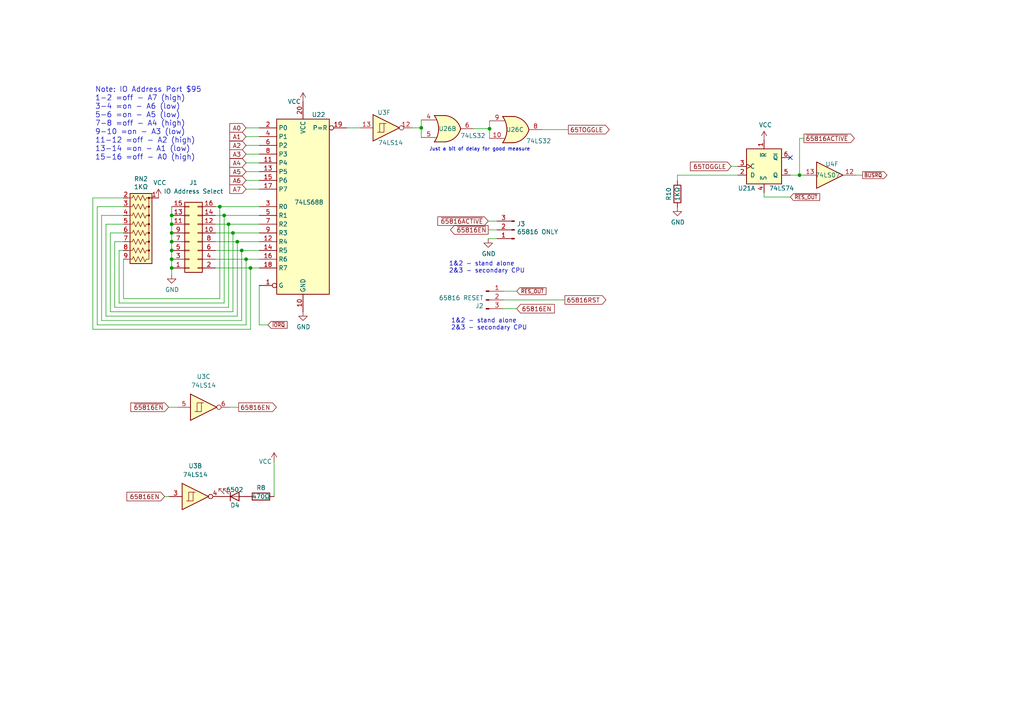
<source format=kicad_sch>
(kicad_sch (version 20211123) (generator eeschema)

  (uuid b09505b7-6490-48dc-8db5-36aab972f3f2)

  (paper "A4")

  (title_block
    (title "Duodyne 65265 CPU board")
    (date "2025-04-12")
    (rev "V0.5")
  )

  (lib_symbols
    (symbol "74xx:74LS07" (pin_names (offset 1.016)) (in_bom yes) (on_board yes)
      (property "Reference" "U" (id 0) (at 0 1.27 0)
        (effects (font (size 1.27 1.27)))
      )
      (property "Value" "74LS07" (id 1) (at 0 -1.27 0)
        (effects (font (size 1.27 1.27)))
      )
      (property "Footprint" "" (id 2) (at 0 0 0)
        (effects (font (size 1.27 1.27)) hide)
      )
      (property "Datasheet" "www.ti.com/lit/ds/symlink/sn74ls07.pdf" (id 3) (at 0 0 0)
        (effects (font (size 1.27 1.27)) hide)
      )
      (property "ki_locked" "" (id 4) (at 0 0 0)
        (effects (font (size 1.27 1.27)))
      )
      (property "ki_keywords" "TTL hex buffer OpenCol" (id 5) (at 0 0 0)
        (effects (font (size 1.27 1.27)) hide)
      )
      (property "ki_description" "Hex Buffers and Drivers With Open Collector High Voltage Outputs" (id 6) (at 0 0 0)
        (effects (font (size 1.27 1.27)) hide)
      )
      (property "ki_fp_filters" "SOIC*3.9x8.7mm*P1.27mm* TSSOP*4.4x5mm*P0.65mm* DIP*W7.62mm*" (id 7) (at 0 0 0)
        (effects (font (size 1.27 1.27)) hide)
      )
      (symbol "74LS07_1_0"
        (polyline
          (pts
            (xy -3.81 3.81)
            (xy -3.81 -3.81)
            (xy 3.81 0)
            (xy -3.81 3.81)
          )
          (stroke (width 0.254) (type default) (color 0 0 0 0))
          (fill (type background))
        )
        (pin input line (at -7.62 0 0) (length 3.81)
          (name "~" (effects (font (size 1.27 1.27))))
          (number "1" (effects (font (size 1.27 1.27))))
        )
        (pin open_collector line (at 7.62 0 180) (length 3.81)
          (name "~" (effects (font (size 1.27 1.27))))
          (number "2" (effects (font (size 1.27 1.27))))
        )
      )
      (symbol "74LS07_2_0"
        (polyline
          (pts
            (xy -3.81 3.81)
            (xy -3.81 -3.81)
            (xy 3.81 0)
            (xy -3.81 3.81)
          )
          (stroke (width 0.254) (type default) (color 0 0 0 0))
          (fill (type background))
        )
        (pin input line (at -7.62 0 0) (length 3.81)
          (name "~" (effects (font (size 1.27 1.27))))
          (number "3" (effects (font (size 1.27 1.27))))
        )
        (pin open_collector line (at 7.62 0 180) (length 3.81)
          (name "~" (effects (font (size 1.27 1.27))))
          (number "4" (effects (font (size 1.27 1.27))))
        )
      )
      (symbol "74LS07_3_0"
        (polyline
          (pts
            (xy -3.81 3.81)
            (xy -3.81 -3.81)
            (xy 3.81 0)
            (xy -3.81 3.81)
          )
          (stroke (width 0.254) (type default) (color 0 0 0 0))
          (fill (type background))
        )
        (pin input line (at -7.62 0 0) (length 3.81)
          (name "~" (effects (font (size 1.27 1.27))))
          (number "5" (effects (font (size 1.27 1.27))))
        )
        (pin open_collector line (at 7.62 0 180) (length 3.81)
          (name "~" (effects (font (size 1.27 1.27))))
          (number "6" (effects (font (size 1.27 1.27))))
        )
      )
      (symbol "74LS07_4_0"
        (polyline
          (pts
            (xy -3.81 3.81)
            (xy -3.81 -3.81)
            (xy 3.81 0)
            (xy -3.81 3.81)
          )
          (stroke (width 0.254) (type default) (color 0 0 0 0))
          (fill (type background))
        )
        (pin open_collector line (at 7.62 0 180) (length 3.81)
          (name "~" (effects (font (size 1.27 1.27))))
          (number "8" (effects (font (size 1.27 1.27))))
        )
        (pin input line (at -7.62 0 0) (length 3.81)
          (name "~" (effects (font (size 1.27 1.27))))
          (number "9" (effects (font (size 1.27 1.27))))
        )
      )
      (symbol "74LS07_5_0"
        (polyline
          (pts
            (xy -3.81 3.81)
            (xy -3.81 -3.81)
            (xy 3.81 0)
            (xy -3.81 3.81)
          )
          (stroke (width 0.254) (type default) (color 0 0 0 0))
          (fill (type background))
        )
        (pin open_collector line (at 7.62 0 180) (length 3.81)
          (name "~" (effects (font (size 1.27 1.27))))
          (number "10" (effects (font (size 1.27 1.27))))
        )
        (pin input line (at -7.62 0 0) (length 3.81)
          (name "~" (effects (font (size 1.27 1.27))))
          (number "11" (effects (font (size 1.27 1.27))))
        )
      )
      (symbol "74LS07_6_0"
        (polyline
          (pts
            (xy -3.81 3.81)
            (xy -3.81 -3.81)
            (xy 3.81 0)
            (xy -3.81 3.81)
          )
          (stroke (width 0.254) (type default) (color 0 0 0 0))
          (fill (type background))
        )
        (pin open_collector line (at 7.62 0 180) (length 3.81)
          (name "~" (effects (font (size 1.27 1.27))))
          (number "12" (effects (font (size 1.27 1.27))))
        )
        (pin input line (at -7.62 0 0) (length 3.81)
          (name "~" (effects (font (size 1.27 1.27))))
          (number "13" (effects (font (size 1.27 1.27))))
        )
      )
      (symbol "74LS07_7_0"
        (pin power_in line (at 0 12.7 270) (length 5.08)
          (name "VCC" (effects (font (size 1.27 1.27))))
          (number "14" (effects (font (size 1.27 1.27))))
        )
        (pin power_in line (at 0 -12.7 90) (length 5.08)
          (name "GND" (effects (font (size 1.27 1.27))))
          (number "7" (effects (font (size 1.27 1.27))))
        )
      )
      (symbol "74LS07_7_1"
        (rectangle (start -5.08 7.62) (end 5.08 -7.62)
          (stroke (width 0.254) (type default) (color 0 0 0 0))
          (fill (type background))
        )
      )
    )
    (symbol "74xx:74LS14" (pin_names (offset 1.016)) (in_bom yes) (on_board yes)
      (property "Reference" "U" (id 0) (at 0 1.27 0)
        (effects (font (size 1.27 1.27)))
      )
      (property "Value" "74LS14" (id 1) (at 0 -1.27 0)
        (effects (font (size 1.27 1.27)))
      )
      (property "Footprint" "" (id 2) (at 0 0 0)
        (effects (font (size 1.27 1.27)) hide)
      )
      (property "Datasheet" "http://www.ti.com/lit/gpn/sn74LS14" (id 3) (at 0 0 0)
        (effects (font (size 1.27 1.27)) hide)
      )
      (property "ki_locked" "" (id 4) (at 0 0 0)
        (effects (font (size 1.27 1.27)))
      )
      (property "ki_keywords" "TTL not inverter" (id 5) (at 0 0 0)
        (effects (font (size 1.27 1.27)) hide)
      )
      (property "ki_description" "Hex inverter schmitt trigger" (id 6) (at 0 0 0)
        (effects (font (size 1.27 1.27)) hide)
      )
      (property "ki_fp_filters" "DIP*W7.62mm*" (id 7) (at 0 0 0)
        (effects (font (size 1.27 1.27)) hide)
      )
      (symbol "74LS14_1_0"
        (polyline
          (pts
            (xy -3.81 3.81)
            (xy -3.81 -3.81)
            (xy 3.81 0)
            (xy -3.81 3.81)
          )
          (stroke (width 0.254) (type default) (color 0 0 0 0))
          (fill (type background))
        )
        (pin input line (at -7.62 0 0) (length 3.81)
          (name "~" (effects (font (size 1.27 1.27))))
          (number "1" (effects (font (size 1.27 1.27))))
        )
        (pin output inverted (at 7.62 0 180) (length 3.81)
          (name "~" (effects (font (size 1.27 1.27))))
          (number "2" (effects (font (size 1.27 1.27))))
        )
      )
      (symbol "74LS14_1_1"
        (polyline
          (pts
            (xy -1.905 -1.27)
            (xy -1.905 1.27)
            (xy -0.635 1.27)
          )
          (stroke (width 0) (type default) (color 0 0 0 0))
          (fill (type none))
        )
        (polyline
          (pts
            (xy -2.54 -1.27)
            (xy -0.635 -1.27)
            (xy -0.635 1.27)
            (xy 0 1.27)
          )
          (stroke (width 0) (type default) (color 0 0 0 0))
          (fill (type none))
        )
      )
      (symbol "74LS14_2_0"
        (polyline
          (pts
            (xy -3.81 3.81)
            (xy -3.81 -3.81)
            (xy 3.81 0)
            (xy -3.81 3.81)
          )
          (stroke (width 0.254) (type default) (color 0 0 0 0))
          (fill (type background))
        )
        (pin input line (at -7.62 0 0) (length 3.81)
          (name "~" (effects (font (size 1.27 1.27))))
          (number "3" (effects (font (size 1.27 1.27))))
        )
        (pin output inverted (at 7.62 0 180) (length 3.81)
          (name "~" (effects (font (size 1.27 1.27))))
          (number "4" (effects (font (size 1.27 1.27))))
        )
      )
      (symbol "74LS14_2_1"
        (polyline
          (pts
            (xy -1.905 -1.27)
            (xy -1.905 1.27)
            (xy -0.635 1.27)
          )
          (stroke (width 0) (type default) (color 0 0 0 0))
          (fill (type none))
        )
        (polyline
          (pts
            (xy -2.54 -1.27)
            (xy -0.635 -1.27)
            (xy -0.635 1.27)
            (xy 0 1.27)
          )
          (stroke (width 0) (type default) (color 0 0 0 0))
          (fill (type none))
        )
      )
      (symbol "74LS14_3_0"
        (polyline
          (pts
            (xy -3.81 3.81)
            (xy -3.81 -3.81)
            (xy 3.81 0)
            (xy -3.81 3.81)
          )
          (stroke (width 0.254) (type default) (color 0 0 0 0))
          (fill (type background))
        )
        (pin input line (at -7.62 0 0) (length 3.81)
          (name "~" (effects (font (size 1.27 1.27))))
          (number "5" (effects (font (size 1.27 1.27))))
        )
        (pin output inverted (at 7.62 0 180) (length 3.81)
          (name "~" (effects (font (size 1.27 1.27))))
          (number "6" (effects (font (size 1.27 1.27))))
        )
      )
      (symbol "74LS14_3_1"
        (polyline
          (pts
            (xy -1.905 -1.27)
            (xy -1.905 1.27)
            (xy -0.635 1.27)
          )
          (stroke (width 0) (type default) (color 0 0 0 0))
          (fill (type none))
        )
        (polyline
          (pts
            (xy -2.54 -1.27)
            (xy -0.635 -1.27)
            (xy -0.635 1.27)
            (xy 0 1.27)
          )
          (stroke (width 0) (type default) (color 0 0 0 0))
          (fill (type none))
        )
      )
      (symbol "74LS14_4_0"
        (polyline
          (pts
            (xy -3.81 3.81)
            (xy -3.81 -3.81)
            (xy 3.81 0)
            (xy -3.81 3.81)
          )
          (stroke (width 0.254) (type default) (color 0 0 0 0))
          (fill (type background))
        )
        (pin output inverted (at 7.62 0 180) (length 3.81)
          (name "~" (effects (font (size 1.27 1.27))))
          (number "8" (effects (font (size 1.27 1.27))))
        )
        (pin input line (at -7.62 0 0) (length 3.81)
          (name "~" (effects (font (size 1.27 1.27))))
          (number "9" (effects (font (size 1.27 1.27))))
        )
      )
      (symbol "74LS14_4_1"
        (polyline
          (pts
            (xy -1.905 -1.27)
            (xy -1.905 1.27)
            (xy -0.635 1.27)
          )
          (stroke (width 0) (type default) (color 0 0 0 0))
          (fill (type none))
        )
        (polyline
          (pts
            (xy -2.54 -1.27)
            (xy -0.635 -1.27)
            (xy -0.635 1.27)
            (xy 0 1.27)
          )
          (stroke (width 0) (type default) (color 0 0 0 0))
          (fill (type none))
        )
      )
      (symbol "74LS14_5_0"
        (polyline
          (pts
            (xy -3.81 3.81)
            (xy -3.81 -3.81)
            (xy 3.81 0)
            (xy -3.81 3.81)
          )
          (stroke (width 0.254) (type default) (color 0 0 0 0))
          (fill (type background))
        )
        (pin output inverted (at 7.62 0 180) (length 3.81)
          (name "~" (effects (font (size 1.27 1.27))))
          (number "10" (effects (font (size 1.27 1.27))))
        )
        (pin input line (at -7.62 0 0) (length 3.81)
          (name "~" (effects (font (size 1.27 1.27))))
          (number "11" (effects (font (size 1.27 1.27))))
        )
      )
      (symbol "74LS14_5_1"
        (polyline
          (pts
            (xy -1.905 -1.27)
            (xy -1.905 1.27)
            (xy -0.635 1.27)
          )
          (stroke (width 0) (type default) (color 0 0 0 0))
          (fill (type none))
        )
        (polyline
          (pts
            (xy -2.54 -1.27)
            (xy -0.635 -1.27)
            (xy -0.635 1.27)
            (xy 0 1.27)
          )
          (stroke (width 0) (type default) (color 0 0 0 0))
          (fill (type none))
        )
      )
      (symbol "74LS14_6_0"
        (polyline
          (pts
            (xy -3.81 3.81)
            (xy -3.81 -3.81)
            (xy 3.81 0)
            (xy -3.81 3.81)
          )
          (stroke (width 0.254) (type default) (color 0 0 0 0))
          (fill (type background))
        )
        (pin output inverted (at 7.62 0 180) (length 3.81)
          (name "~" (effects (font (size 1.27 1.27))))
          (number "12" (effects (font (size 1.27 1.27))))
        )
        (pin input line (at -7.62 0 0) (length 3.81)
          (name "~" (effects (font (size 1.27 1.27))))
          (number "13" (effects (font (size 1.27 1.27))))
        )
      )
      (symbol "74LS14_6_1"
        (polyline
          (pts
            (xy -1.905 -1.27)
            (xy -1.905 1.27)
            (xy -0.635 1.27)
          )
          (stroke (width 0) (type default) (color 0 0 0 0))
          (fill (type none))
        )
        (polyline
          (pts
            (xy -2.54 -1.27)
            (xy -0.635 -1.27)
            (xy -0.635 1.27)
            (xy 0 1.27)
          )
          (stroke (width 0) (type default) (color 0 0 0 0))
          (fill (type none))
        )
      )
      (symbol "74LS14_7_0"
        (pin power_in line (at 0 12.7 270) (length 5.08)
          (name "VCC" (effects (font (size 1.27 1.27))))
          (number "14" (effects (font (size 1.27 1.27))))
        )
        (pin power_in line (at 0 -12.7 90) (length 5.08)
          (name "GND" (effects (font (size 1.27 1.27))))
          (number "7" (effects (font (size 1.27 1.27))))
        )
      )
      (symbol "74LS14_7_1"
        (rectangle (start -5.08 7.62) (end 5.08 -7.62)
          (stroke (width 0.254) (type default) (color 0 0 0 0))
          (fill (type background))
        )
      )
    )
    (symbol "74xx:74LS32" (pin_names (offset 1.016)) (in_bom yes) (on_board yes)
      (property "Reference" "U" (id 0) (at 0 1.27 0)
        (effects (font (size 1.27 1.27)))
      )
      (property "Value" "74LS32" (id 1) (at 0 -1.27 0)
        (effects (font (size 1.27 1.27)))
      )
      (property "Footprint" "" (id 2) (at 0 0 0)
        (effects (font (size 1.27 1.27)) hide)
      )
      (property "Datasheet" "http://www.ti.com/lit/gpn/sn74LS32" (id 3) (at 0 0 0)
        (effects (font (size 1.27 1.27)) hide)
      )
      (property "ki_locked" "" (id 4) (at 0 0 0)
        (effects (font (size 1.27 1.27)))
      )
      (property "ki_keywords" "TTL Or2" (id 5) (at 0 0 0)
        (effects (font (size 1.27 1.27)) hide)
      )
      (property "ki_description" "Quad 2-input OR" (id 6) (at 0 0 0)
        (effects (font (size 1.27 1.27)) hide)
      )
      (property "ki_fp_filters" "DIP?14*" (id 7) (at 0 0 0)
        (effects (font (size 1.27 1.27)) hide)
      )
      (symbol "74LS32_1_1"
        (arc (start -3.81 -3.81) (mid -2.589 0) (end -3.81 3.81)
          (stroke (width 0.254) (type default) (color 0 0 0 0))
          (fill (type none))
        )
        (arc (start -0.6096 -3.81) (mid 2.1842 -2.5851) (end 3.81 0)
          (stroke (width 0.254) (type default) (color 0 0 0 0))
          (fill (type background))
        )
        (polyline
          (pts
            (xy -3.81 -3.81)
            (xy -0.635 -3.81)
          )
          (stroke (width 0.254) (type default) (color 0 0 0 0))
          (fill (type background))
        )
        (polyline
          (pts
            (xy -3.81 3.81)
            (xy -0.635 3.81)
          )
          (stroke (width 0.254) (type default) (color 0 0 0 0))
          (fill (type background))
        )
        (polyline
          (pts
            (xy -0.635 3.81)
            (xy -3.81 3.81)
            (xy -3.81 3.81)
            (xy -3.556 3.4036)
            (xy -3.0226 2.2606)
            (xy -2.6924 1.0414)
            (xy -2.6162 -0.254)
            (xy -2.7686 -1.4986)
            (xy -3.175 -2.7178)
            (xy -3.81 -3.81)
            (xy -3.81 -3.81)
            (xy -0.635 -3.81)
          )
          (stroke (width -25.4) (type default) (color 0 0 0 0))
          (fill (type background))
        )
        (arc (start 3.81 0) (mid 2.1915 2.5936) (end -0.6096 3.81)
          (stroke (width 0.254) (type default) (color 0 0 0 0))
          (fill (type background))
        )
        (pin input line (at -7.62 2.54 0) (length 4.318)
          (name "~" (effects (font (size 1.27 1.27))))
          (number "1" (effects (font (size 1.27 1.27))))
        )
        (pin input line (at -7.62 -2.54 0) (length 4.318)
          (name "~" (effects (font (size 1.27 1.27))))
          (number "2" (effects (font (size 1.27 1.27))))
        )
        (pin output line (at 7.62 0 180) (length 3.81)
          (name "~" (effects (font (size 1.27 1.27))))
          (number "3" (effects (font (size 1.27 1.27))))
        )
      )
      (symbol "74LS32_1_2"
        (arc (start 0 -3.81) (mid 3.81 0) (end 0 3.81)
          (stroke (width 0.254) (type default) (color 0 0 0 0))
          (fill (type background))
        )
        (polyline
          (pts
            (xy 0 3.81)
            (xy -3.81 3.81)
            (xy -3.81 -3.81)
            (xy 0 -3.81)
          )
          (stroke (width 0.254) (type default) (color 0 0 0 0))
          (fill (type background))
        )
        (pin input inverted (at -7.62 2.54 0) (length 3.81)
          (name "~" (effects (font (size 1.27 1.27))))
          (number "1" (effects (font (size 1.27 1.27))))
        )
        (pin input inverted (at -7.62 -2.54 0) (length 3.81)
          (name "~" (effects (font (size 1.27 1.27))))
          (number "2" (effects (font (size 1.27 1.27))))
        )
        (pin output inverted (at 7.62 0 180) (length 3.81)
          (name "~" (effects (font (size 1.27 1.27))))
          (number "3" (effects (font (size 1.27 1.27))))
        )
      )
      (symbol "74LS32_2_1"
        (arc (start -3.81 -3.81) (mid -2.589 0) (end -3.81 3.81)
          (stroke (width 0.254) (type default) (color 0 0 0 0))
          (fill (type none))
        )
        (arc (start -0.6096 -3.81) (mid 2.1842 -2.5851) (end 3.81 0)
          (stroke (width 0.254) (type default) (color 0 0 0 0))
          (fill (type background))
        )
        (polyline
          (pts
            (xy -3.81 -3.81)
            (xy -0.635 -3.81)
          )
          (stroke (width 0.254) (type default) (color 0 0 0 0))
          (fill (type background))
        )
        (polyline
          (pts
            (xy -3.81 3.81)
            (xy -0.635 3.81)
          )
          (stroke (width 0.254) (type default) (color 0 0 0 0))
          (fill (type background))
        )
        (polyline
          (pts
            (xy -0.635 3.81)
            (xy -3.81 3.81)
            (xy -3.81 3.81)
            (xy -3.556 3.4036)
            (xy -3.0226 2.2606)
            (xy -2.6924 1.0414)
            (xy -2.6162 -0.254)
            (xy -2.7686 -1.4986)
            (xy -3.175 -2.7178)
            (xy -3.81 -3.81)
            (xy -3.81 -3.81)
            (xy -0.635 -3.81)
          )
          (stroke (width -25.4) (type default) (color 0 0 0 0))
          (fill (type background))
        )
        (arc (start 3.81 0) (mid 2.1915 2.5936) (end -0.6096 3.81)
          (stroke (width 0.254) (type default) (color 0 0 0 0))
          (fill (type background))
        )
        (pin input line (at -7.62 2.54 0) (length 4.318)
          (name "~" (effects (font (size 1.27 1.27))))
          (number "4" (effects (font (size 1.27 1.27))))
        )
        (pin input line (at -7.62 -2.54 0) (length 4.318)
          (name "~" (effects (font (size 1.27 1.27))))
          (number "5" (effects (font (size 1.27 1.27))))
        )
        (pin output line (at 7.62 0 180) (length 3.81)
          (name "~" (effects (font (size 1.27 1.27))))
          (number "6" (effects (font (size 1.27 1.27))))
        )
      )
      (symbol "74LS32_2_2"
        (arc (start 0 -3.81) (mid 3.81 0) (end 0 3.81)
          (stroke (width 0.254) (type default) (color 0 0 0 0))
          (fill (type background))
        )
        (polyline
          (pts
            (xy 0 3.81)
            (xy -3.81 3.81)
            (xy -3.81 -3.81)
            (xy 0 -3.81)
          )
          (stroke (width 0.254) (type default) (color 0 0 0 0))
          (fill (type background))
        )
        (pin input inverted (at -7.62 2.54 0) (length 3.81)
          (name "~" (effects (font (size 1.27 1.27))))
          (number "4" (effects (font (size 1.27 1.27))))
        )
        (pin input inverted (at -7.62 -2.54 0) (length 3.81)
          (name "~" (effects (font (size 1.27 1.27))))
          (number "5" (effects (font (size 1.27 1.27))))
        )
        (pin output inverted (at 7.62 0 180) (length 3.81)
          (name "~" (effects (font (size 1.27 1.27))))
          (number "6" (effects (font (size 1.27 1.27))))
        )
      )
      (symbol "74LS32_3_1"
        (arc (start -3.81 -3.81) (mid -2.589 0) (end -3.81 3.81)
          (stroke (width 0.254) (type default) (color 0 0 0 0))
          (fill (type none))
        )
        (arc (start -0.6096 -3.81) (mid 2.1842 -2.5851) (end 3.81 0)
          (stroke (width 0.254) (type default) (color 0 0 0 0))
          (fill (type background))
        )
        (polyline
          (pts
            (xy -3.81 -3.81)
            (xy -0.635 -3.81)
          )
          (stroke (width 0.254) (type default) (color 0 0 0 0))
          (fill (type background))
        )
        (polyline
          (pts
            (xy -3.81 3.81)
            (xy -0.635 3.81)
          )
          (stroke (width 0.254) (type default) (color 0 0 0 0))
          (fill (type background))
        )
        (polyline
          (pts
            (xy -0.635 3.81)
            (xy -3.81 3.81)
            (xy -3.81 3.81)
            (xy -3.556 3.4036)
            (xy -3.0226 2.2606)
            (xy -2.6924 1.0414)
            (xy -2.6162 -0.254)
            (xy -2.7686 -1.4986)
            (xy -3.175 -2.7178)
            (xy -3.81 -3.81)
            (xy -3.81 -3.81)
            (xy -0.635 -3.81)
          )
          (stroke (width -25.4) (type default) (color 0 0 0 0))
          (fill (type background))
        )
        (arc (start 3.81 0) (mid 2.1915 2.5936) (end -0.6096 3.81)
          (stroke (width 0.254) (type default) (color 0 0 0 0))
          (fill (type background))
        )
        (pin input line (at -7.62 -2.54 0) (length 4.318)
          (name "~" (effects (font (size 1.27 1.27))))
          (number "10" (effects (font (size 1.27 1.27))))
        )
        (pin output line (at 7.62 0 180) (length 3.81)
          (name "~" (effects (font (size 1.27 1.27))))
          (number "8" (effects (font (size 1.27 1.27))))
        )
        (pin input line (at -7.62 2.54 0) (length 4.318)
          (name "~" (effects (font (size 1.27 1.27))))
          (number "9" (effects (font (size 1.27 1.27))))
        )
      )
      (symbol "74LS32_3_2"
        (arc (start 0 -3.81) (mid 3.81 0) (end 0 3.81)
          (stroke (width 0.254) (type default) (color 0 0 0 0))
          (fill (type background))
        )
        (polyline
          (pts
            (xy 0 3.81)
            (xy -3.81 3.81)
            (xy -3.81 -3.81)
            (xy 0 -3.81)
          )
          (stroke (width 0.254) (type default) (color 0 0 0 0))
          (fill (type background))
        )
        (pin input inverted (at -7.62 -2.54 0) (length 3.81)
          (name "~" (effects (font (size 1.27 1.27))))
          (number "10" (effects (font (size 1.27 1.27))))
        )
        (pin output inverted (at 7.62 0 180) (length 3.81)
          (name "~" (effects (font (size 1.27 1.27))))
          (number "8" (effects (font (size 1.27 1.27))))
        )
        (pin input inverted (at -7.62 2.54 0) (length 3.81)
          (name "~" (effects (font (size 1.27 1.27))))
          (number "9" (effects (font (size 1.27 1.27))))
        )
      )
      (symbol "74LS32_4_1"
        (arc (start -3.81 -3.81) (mid -2.589 0) (end -3.81 3.81)
          (stroke (width 0.254) (type default) (color 0 0 0 0))
          (fill (type none))
        )
        (arc (start -0.6096 -3.81) (mid 2.1842 -2.5851) (end 3.81 0)
          (stroke (width 0.254) (type default) (color 0 0 0 0))
          (fill (type background))
        )
        (polyline
          (pts
            (xy -3.81 -3.81)
            (xy -0.635 -3.81)
          )
          (stroke (width 0.254) (type default) (color 0 0 0 0))
          (fill (type background))
        )
        (polyline
          (pts
            (xy -3.81 3.81)
            (xy -0.635 3.81)
          )
          (stroke (width 0.254) (type default) (color 0 0 0 0))
          (fill (type background))
        )
        (polyline
          (pts
            (xy -0.635 3.81)
            (xy -3.81 3.81)
            (xy -3.81 3.81)
            (xy -3.556 3.4036)
            (xy -3.0226 2.2606)
            (xy -2.6924 1.0414)
            (xy -2.6162 -0.254)
            (xy -2.7686 -1.4986)
            (xy -3.175 -2.7178)
            (xy -3.81 -3.81)
            (xy -3.81 -3.81)
            (xy -0.635 -3.81)
          )
          (stroke (width -25.4) (type default) (color 0 0 0 0))
          (fill (type background))
        )
        (arc (start 3.81 0) (mid 2.1915 2.5936) (end -0.6096 3.81)
          (stroke (width 0.254) (type default) (color 0 0 0 0))
          (fill (type background))
        )
        (pin output line (at 7.62 0 180) (length 3.81)
          (name "~" (effects (font (size 1.27 1.27))))
          (number "11" (effects (font (size 1.27 1.27))))
        )
        (pin input line (at -7.62 2.54 0) (length 4.318)
          (name "~" (effects (font (size 1.27 1.27))))
          (number "12" (effects (font (size 1.27 1.27))))
        )
        (pin input line (at -7.62 -2.54 0) (length 4.318)
          (name "~" (effects (font (size 1.27 1.27))))
          (number "13" (effects (font (size 1.27 1.27))))
        )
      )
      (symbol "74LS32_4_2"
        (arc (start 0 -3.81) (mid 3.81 0) (end 0 3.81)
          (stroke (width 0.254) (type default) (color 0 0 0 0))
          (fill (type background))
        )
        (polyline
          (pts
            (xy 0 3.81)
            (xy -3.81 3.81)
            (xy -3.81 -3.81)
            (xy 0 -3.81)
          )
          (stroke (width 0.254) (type default) (color 0 0 0 0))
          (fill (type background))
        )
        (pin output inverted (at 7.62 0 180) (length 3.81)
          (name "~" (effects (font (size 1.27 1.27))))
          (number "11" (effects (font (size 1.27 1.27))))
        )
        (pin input inverted (at -7.62 2.54 0) (length 3.81)
          (name "~" (effects (font (size 1.27 1.27))))
          (number "12" (effects (font (size 1.27 1.27))))
        )
        (pin input inverted (at -7.62 -2.54 0) (length 3.81)
          (name "~" (effects (font (size 1.27 1.27))))
          (number "13" (effects (font (size 1.27 1.27))))
        )
      )
      (symbol "74LS32_5_0"
        (pin power_in line (at 0 12.7 270) (length 5.08)
          (name "VCC" (effects (font (size 1.27 1.27))))
          (number "14" (effects (font (size 1.27 1.27))))
        )
        (pin power_in line (at 0 -12.7 90) (length 5.08)
          (name "GND" (effects (font (size 1.27 1.27))))
          (number "7" (effects (font (size 1.27 1.27))))
        )
      )
      (symbol "74LS32_5_1"
        (rectangle (start -5.08 7.62) (end 5.08 -7.62)
          (stroke (width 0.254) (type default) (color 0 0 0 0))
          (fill (type background))
        )
      )
    )
    (symbol "74xx:74LS688" (in_bom yes) (on_board yes)
      (property "Reference" "U" (id 0) (at -7.62 26.67 0)
        (effects (font (size 1.27 1.27)))
      )
      (property "Value" "74LS688" (id 1) (at -7.62 -26.67 0)
        (effects (font (size 1.27 1.27)))
      )
      (property "Footprint" "" (id 2) (at 0 0 0)
        (effects (font (size 1.27 1.27)) hide)
      )
      (property "Datasheet" "http://www.ti.com/lit/gpn/sn74LS688" (id 3) (at 0 0 0)
        (effects (font (size 1.27 1.27)) hide)
      )
      (property "ki_keywords" "TTL DECOD Arith" (id 4) (at 0 0 0)
        (effects (font (size 1.27 1.27)) hide)
      )
      (property "ki_description" "8-bit magnitude comparator" (id 5) (at 0 0 0)
        (effects (font (size 1.27 1.27)) hide)
      )
      (property "ki_fp_filters" "DIP?20* SOIC?20* SO?20* TSSOP?20*" (id 6) (at 0 0 0)
        (effects (font (size 1.27 1.27)) hide)
      )
      (symbol "74LS688_1_0"
        (pin input inverted (at -12.7 -22.86 0) (length 5.08)
          (name "G" (effects (font (size 1.27 1.27))))
          (number "1" (effects (font (size 1.27 1.27))))
        )
        (pin power_in line (at 0 -30.48 90) (length 5.08)
          (name "GND" (effects (font (size 1.27 1.27))))
          (number "10" (effects (font (size 1.27 1.27))))
        )
        (pin input line (at -12.7 12.7 0) (length 5.08)
          (name "P4" (effects (font (size 1.27 1.27))))
          (number "11" (effects (font (size 1.27 1.27))))
        )
        (pin input line (at -12.7 -10.16 0) (length 5.08)
          (name "R4" (effects (font (size 1.27 1.27))))
          (number "12" (effects (font (size 1.27 1.27))))
        )
        (pin input line (at -12.7 10.16 0) (length 5.08)
          (name "P5" (effects (font (size 1.27 1.27))))
          (number "13" (effects (font (size 1.27 1.27))))
        )
        (pin input line (at -12.7 -12.7 0) (length 5.08)
          (name "R5" (effects (font (size 1.27 1.27))))
          (number "14" (effects (font (size 1.27 1.27))))
        )
        (pin input line (at -12.7 7.62 0) (length 5.08)
          (name "P6" (effects (font (size 1.27 1.27))))
          (number "15" (effects (font (size 1.27 1.27))))
        )
        (pin input line (at -12.7 -15.24 0) (length 5.08)
          (name "R6" (effects (font (size 1.27 1.27))))
          (number "16" (effects (font (size 1.27 1.27))))
        )
        (pin input line (at -12.7 5.08 0) (length 5.08)
          (name "P7" (effects (font (size 1.27 1.27))))
          (number "17" (effects (font (size 1.27 1.27))))
        )
        (pin input line (at -12.7 -17.78 0) (length 5.08)
          (name "R7" (effects (font (size 1.27 1.27))))
          (number "18" (effects (font (size 1.27 1.27))))
        )
        (pin output inverted (at 12.7 22.86 180) (length 5.08)
          (name "P=R" (effects (font (size 1.27 1.27))))
          (number "19" (effects (font (size 1.27 1.27))))
        )
        (pin input line (at -12.7 22.86 0) (length 5.08)
          (name "P0" (effects (font (size 1.27 1.27))))
          (number "2" (effects (font (size 1.27 1.27))))
        )
        (pin power_in line (at 0 30.48 270) (length 5.08)
          (name "VCC" (effects (font (size 1.27 1.27))))
          (number "20" (effects (font (size 1.27 1.27))))
        )
        (pin input line (at -12.7 0 0) (length 5.08)
          (name "R0" (effects (font (size 1.27 1.27))))
          (number "3" (effects (font (size 1.27 1.27))))
        )
        (pin input line (at -12.7 20.32 0) (length 5.08)
          (name "P1" (effects (font (size 1.27 1.27))))
          (number "4" (effects (font (size 1.27 1.27))))
        )
        (pin input line (at -12.7 -2.54 0) (length 5.08)
          (name "R1" (effects (font (size 1.27 1.27))))
          (number "5" (effects (font (size 1.27 1.27))))
        )
        (pin input line (at -12.7 17.78 0) (length 5.08)
          (name "P2" (effects (font (size 1.27 1.27))))
          (number "6" (effects (font (size 1.27 1.27))))
        )
        (pin input line (at -12.7 -5.08 0) (length 5.08)
          (name "R2" (effects (font (size 1.27 1.27))))
          (number "7" (effects (font (size 1.27 1.27))))
        )
        (pin input line (at -12.7 15.24 0) (length 5.08)
          (name "P3" (effects (font (size 1.27 1.27))))
          (number "8" (effects (font (size 1.27 1.27))))
        )
        (pin input line (at -12.7 -7.62 0) (length 5.08)
          (name "R3" (effects (font (size 1.27 1.27))))
          (number "9" (effects (font (size 1.27 1.27))))
        )
      )
      (symbol "74LS688_1_1"
        (rectangle (start -7.62 25.4) (end 7.62 -25.4)
          (stroke (width 0.254) (type default) (color 0 0 0 0))
          (fill (type background))
        )
      )
    )
    (symbol "74xx:74LS74" (pin_names (offset 1.016)) (in_bom yes) (on_board yes)
      (property "Reference" "U" (id 0) (at -7.62 8.89 0)
        (effects (font (size 1.27 1.27)))
      )
      (property "Value" "74LS74" (id 1) (at -7.62 -8.89 0)
        (effects (font (size 1.27 1.27)))
      )
      (property "Footprint" "" (id 2) (at 0 0 0)
        (effects (font (size 1.27 1.27)) hide)
      )
      (property "Datasheet" "74xx/74hc_hct74.pdf" (id 3) (at 0 0 0)
        (effects (font (size 1.27 1.27)) hide)
      )
      (property "ki_locked" "" (id 4) (at 0 0 0)
        (effects (font (size 1.27 1.27)))
      )
      (property "ki_keywords" "TTL DFF" (id 5) (at 0 0 0)
        (effects (font (size 1.27 1.27)) hide)
      )
      (property "ki_description" "Dual D Flip-flop, Set & Reset" (id 6) (at 0 0 0)
        (effects (font (size 1.27 1.27)) hide)
      )
      (property "ki_fp_filters" "DIP*W7.62mm*" (id 7) (at 0 0 0)
        (effects (font (size 1.27 1.27)) hide)
      )
      (symbol "74LS74_1_0"
        (pin input line (at 0 -7.62 90) (length 2.54)
          (name "~{R}" (effects (font (size 1.27 1.27))))
          (number "1" (effects (font (size 1.27 1.27))))
        )
        (pin input line (at -7.62 2.54 0) (length 2.54)
          (name "D" (effects (font (size 1.27 1.27))))
          (number "2" (effects (font (size 1.27 1.27))))
        )
        (pin input clock (at -7.62 0 0) (length 2.54)
          (name "C" (effects (font (size 1.27 1.27))))
          (number "3" (effects (font (size 1.27 1.27))))
        )
        (pin input line (at 0 7.62 270) (length 2.54)
          (name "~{S}" (effects (font (size 1.27 1.27))))
          (number "4" (effects (font (size 1.27 1.27))))
        )
        (pin output line (at 7.62 2.54 180) (length 2.54)
          (name "Q" (effects (font (size 1.27 1.27))))
          (number "5" (effects (font (size 1.27 1.27))))
        )
        (pin output line (at 7.62 -2.54 180) (length 2.54)
          (name "~{Q}" (effects (font (size 1.27 1.27))))
          (number "6" (effects (font (size 1.27 1.27))))
        )
      )
      (symbol "74LS74_1_1"
        (rectangle (start -5.08 5.08) (end 5.08 -5.08)
          (stroke (width 0.254) (type default) (color 0 0 0 0))
          (fill (type background))
        )
      )
      (symbol "74LS74_2_0"
        (pin input line (at 0 7.62 270) (length 2.54)
          (name "~{S}" (effects (font (size 1.27 1.27))))
          (number "10" (effects (font (size 1.27 1.27))))
        )
        (pin input clock (at -7.62 0 0) (length 2.54)
          (name "C" (effects (font (size 1.27 1.27))))
          (number "11" (effects (font (size 1.27 1.27))))
        )
        (pin input line (at -7.62 2.54 0) (length 2.54)
          (name "D" (effects (font (size 1.27 1.27))))
          (number "12" (effects (font (size 1.27 1.27))))
        )
        (pin input line (at 0 -7.62 90) (length 2.54)
          (name "~{R}" (effects (font (size 1.27 1.27))))
          (number "13" (effects (font (size 1.27 1.27))))
        )
        (pin output line (at 7.62 -2.54 180) (length 2.54)
          (name "~{Q}" (effects (font (size 1.27 1.27))))
          (number "8" (effects (font (size 1.27 1.27))))
        )
        (pin output line (at 7.62 2.54 180) (length 2.54)
          (name "Q" (effects (font (size 1.27 1.27))))
          (number "9" (effects (font (size 1.27 1.27))))
        )
      )
      (symbol "74LS74_2_1"
        (rectangle (start -5.08 5.08) (end 5.08 -5.08)
          (stroke (width 0.254) (type default) (color 0 0 0 0))
          (fill (type background))
        )
      )
      (symbol "74LS74_3_0"
        (pin power_in line (at 0 10.16 270) (length 2.54)
          (name "VCC" (effects (font (size 1.27 1.27))))
          (number "14" (effects (font (size 1.27 1.27))))
        )
        (pin power_in line (at 0 -10.16 90) (length 2.54)
          (name "GND" (effects (font (size 1.27 1.27))))
          (number "7" (effects (font (size 1.27 1.27))))
        )
      )
      (symbol "74LS74_3_1"
        (rectangle (start -5.08 7.62) (end 5.08 -7.62)
          (stroke (width 0.254) (type default) (color 0 0 0 0))
          (fill (type background))
        )
      )
    )
    (symbol "Connector:Conn_01x03_Male" (pin_names (offset 1.016) hide) (in_bom yes) (on_board yes)
      (property "Reference" "J" (id 0) (at 0 5.08 0)
        (effects (font (size 1.27 1.27)))
      )
      (property "Value" "Conn_01x03_Male" (id 1) (at 0 -5.08 0)
        (effects (font (size 1.27 1.27)))
      )
      (property "Footprint" "" (id 2) (at 0 0 0)
        (effects (font (size 1.27 1.27)) hide)
      )
      (property "Datasheet" "~" (id 3) (at 0 0 0)
        (effects (font (size 1.27 1.27)) hide)
      )
      (property "ki_keywords" "connector" (id 4) (at 0 0 0)
        (effects (font (size 1.27 1.27)) hide)
      )
      (property "ki_description" "Generic connector, single row, 01x03, script generated (kicad-library-utils/schlib/autogen/connector/)" (id 5) (at 0 0 0)
        (effects (font (size 1.27 1.27)) hide)
      )
      (property "ki_fp_filters" "Connector*:*_1x??_*" (id 6) (at 0 0 0)
        (effects (font (size 1.27 1.27)) hide)
      )
      (symbol "Conn_01x03_Male_1_1"
        (polyline
          (pts
            (xy 1.27 -2.54)
            (xy 0.8636 -2.54)
          )
          (stroke (width 0.1524) (type default) (color 0 0 0 0))
          (fill (type none))
        )
        (polyline
          (pts
            (xy 1.27 0)
            (xy 0.8636 0)
          )
          (stroke (width 0.1524) (type default) (color 0 0 0 0))
          (fill (type none))
        )
        (polyline
          (pts
            (xy 1.27 2.54)
            (xy 0.8636 2.54)
          )
          (stroke (width 0.1524) (type default) (color 0 0 0 0))
          (fill (type none))
        )
        (rectangle (start 0.8636 -2.413) (end 0 -2.667)
          (stroke (width 0.1524) (type default) (color 0 0 0 0))
          (fill (type outline))
        )
        (rectangle (start 0.8636 0.127) (end 0 -0.127)
          (stroke (width 0.1524) (type default) (color 0 0 0 0))
          (fill (type outline))
        )
        (rectangle (start 0.8636 2.667) (end 0 2.413)
          (stroke (width 0.1524) (type default) (color 0 0 0 0))
          (fill (type outline))
        )
        (pin passive line (at 5.08 2.54 180) (length 3.81)
          (name "Pin_1" (effects (font (size 1.27 1.27))))
          (number "1" (effects (font (size 1.27 1.27))))
        )
        (pin passive line (at 5.08 0 180) (length 3.81)
          (name "Pin_2" (effects (font (size 1.27 1.27))))
          (number "2" (effects (font (size 1.27 1.27))))
        )
        (pin passive line (at 5.08 -2.54 180) (length 3.81)
          (name "Pin_3" (effects (font (size 1.27 1.27))))
          (number "3" (effects (font (size 1.27 1.27))))
        )
      )
    )
    (symbol "Connector_Generic:Conn_02x08_Odd_Even" (pin_names (offset 1.016) hide) (in_bom yes) (on_board yes)
      (property "Reference" "J" (id 0) (at 1.27 10.16 0)
        (effects (font (size 1.27 1.27)))
      )
      (property "Value" "Conn_02x08_Odd_Even" (id 1) (at 1.27 -12.7 0)
        (effects (font (size 1.27 1.27)))
      )
      (property "Footprint" "" (id 2) (at 0 0 0)
        (effects (font (size 1.27 1.27)) hide)
      )
      (property "Datasheet" "~" (id 3) (at 0 0 0)
        (effects (font (size 1.27 1.27)) hide)
      )
      (property "ki_keywords" "connector" (id 4) (at 0 0 0)
        (effects (font (size 1.27 1.27)) hide)
      )
      (property "ki_description" "Generic connector, double row, 02x08, odd/even pin numbering scheme (row 1 odd numbers, row 2 even numbers), script generated (kicad-library-utils/schlib/autogen/connector/)" (id 5) (at 0 0 0)
        (effects (font (size 1.27 1.27)) hide)
      )
      (property "ki_fp_filters" "Connector*:*_2x??_*" (id 6) (at 0 0 0)
        (effects (font (size 1.27 1.27)) hide)
      )
      (symbol "Conn_02x08_Odd_Even_1_1"
        (rectangle (start -1.27 -10.033) (end 0 -10.287)
          (stroke (width 0.1524) (type default) (color 0 0 0 0))
          (fill (type none))
        )
        (rectangle (start -1.27 -7.493) (end 0 -7.747)
          (stroke (width 0.1524) (type default) (color 0 0 0 0))
          (fill (type none))
        )
        (rectangle (start -1.27 -4.953) (end 0 -5.207)
          (stroke (width 0.1524) (type default) (color 0 0 0 0))
          (fill (type none))
        )
        (rectangle (start -1.27 -2.413) (end 0 -2.667)
          (stroke (width 0.1524) (type default) (color 0 0 0 0))
          (fill (type none))
        )
        (rectangle (start -1.27 0.127) (end 0 -0.127)
          (stroke (width 0.1524) (type default) (color 0 0 0 0))
          (fill (type none))
        )
        (rectangle (start -1.27 2.667) (end 0 2.413)
          (stroke (width 0.1524) (type default) (color 0 0 0 0))
          (fill (type none))
        )
        (rectangle (start -1.27 5.207) (end 0 4.953)
          (stroke (width 0.1524) (type default) (color 0 0 0 0))
          (fill (type none))
        )
        (rectangle (start -1.27 7.747) (end 0 7.493)
          (stroke (width 0.1524) (type default) (color 0 0 0 0))
          (fill (type none))
        )
        (rectangle (start -1.27 8.89) (end 3.81 -11.43)
          (stroke (width 0.254) (type default) (color 0 0 0 0))
          (fill (type background))
        )
        (rectangle (start 3.81 -10.033) (end 2.54 -10.287)
          (stroke (width 0.1524) (type default) (color 0 0 0 0))
          (fill (type none))
        )
        (rectangle (start 3.81 -7.493) (end 2.54 -7.747)
          (stroke (width 0.1524) (type default) (color 0 0 0 0))
          (fill (type none))
        )
        (rectangle (start 3.81 -4.953) (end 2.54 -5.207)
          (stroke (width 0.1524) (type default) (color 0 0 0 0))
          (fill (type none))
        )
        (rectangle (start 3.81 -2.413) (end 2.54 -2.667)
          (stroke (width 0.1524) (type default) (color 0 0 0 0))
          (fill (type none))
        )
        (rectangle (start 3.81 0.127) (end 2.54 -0.127)
          (stroke (width 0.1524) (type default) (color 0 0 0 0))
          (fill (type none))
        )
        (rectangle (start 3.81 2.667) (end 2.54 2.413)
          (stroke (width 0.1524) (type default) (color 0 0 0 0))
          (fill (type none))
        )
        (rectangle (start 3.81 5.207) (end 2.54 4.953)
          (stroke (width 0.1524) (type default) (color 0 0 0 0))
          (fill (type none))
        )
        (rectangle (start 3.81 7.747) (end 2.54 7.493)
          (stroke (width 0.1524) (type default) (color 0 0 0 0))
          (fill (type none))
        )
        (pin passive line (at -5.08 7.62 0) (length 3.81)
          (name "Pin_1" (effects (font (size 1.27 1.27))))
          (number "1" (effects (font (size 1.27 1.27))))
        )
        (pin passive line (at 7.62 -2.54 180) (length 3.81)
          (name "Pin_10" (effects (font (size 1.27 1.27))))
          (number "10" (effects (font (size 1.27 1.27))))
        )
        (pin passive line (at -5.08 -5.08 0) (length 3.81)
          (name "Pin_11" (effects (font (size 1.27 1.27))))
          (number "11" (effects (font (size 1.27 1.27))))
        )
        (pin passive line (at 7.62 -5.08 180) (length 3.81)
          (name "Pin_12" (effects (font (size 1.27 1.27))))
          (number "12" (effects (font (size 1.27 1.27))))
        )
        (pin passive line (at -5.08 -7.62 0) (length 3.81)
          (name "Pin_13" (effects (font (size 1.27 1.27))))
          (number "13" (effects (font (size 1.27 1.27))))
        )
        (pin passive line (at 7.62 -7.62 180) (length 3.81)
          (name "Pin_14" (effects (font (size 1.27 1.27))))
          (number "14" (effects (font (size 1.27 1.27))))
        )
        (pin passive line (at -5.08 -10.16 0) (length 3.81)
          (name "Pin_15" (effects (font (size 1.27 1.27))))
          (number "15" (effects (font (size 1.27 1.27))))
        )
        (pin passive line (at 7.62 -10.16 180) (length 3.81)
          (name "Pin_16" (effects (font (size 1.27 1.27))))
          (number "16" (effects (font (size 1.27 1.27))))
        )
        (pin passive line (at 7.62 7.62 180) (length 3.81)
          (name "Pin_2" (effects (font (size 1.27 1.27))))
          (number "2" (effects (font (size 1.27 1.27))))
        )
        (pin passive line (at -5.08 5.08 0) (length 3.81)
          (name "Pin_3" (effects (font (size 1.27 1.27))))
          (number "3" (effects (font (size 1.27 1.27))))
        )
        (pin passive line (at 7.62 5.08 180) (length 3.81)
          (name "Pin_4" (effects (font (size 1.27 1.27))))
          (number "4" (effects (font (size 1.27 1.27))))
        )
        (pin passive line (at -5.08 2.54 0) (length 3.81)
          (name "Pin_5" (effects (font (size 1.27 1.27))))
          (number "5" (effects (font (size 1.27 1.27))))
        )
        (pin passive line (at 7.62 2.54 180) (length 3.81)
          (name "Pin_6" (effects (font (size 1.27 1.27))))
          (number "6" (effects (font (size 1.27 1.27))))
        )
        (pin passive line (at -5.08 0 0) (length 3.81)
          (name "Pin_7" (effects (font (size 1.27 1.27))))
          (number "7" (effects (font (size 1.27 1.27))))
        )
        (pin passive line (at 7.62 0 180) (length 3.81)
          (name "Pin_8" (effects (font (size 1.27 1.27))))
          (number "8" (effects (font (size 1.27 1.27))))
        )
        (pin passive line (at -5.08 -2.54 0) (length 3.81)
          (name "Pin_9" (effects (font (size 1.27 1.27))))
          (number "9" (effects (font (size 1.27 1.27))))
        )
      )
    )
    (symbol "Device:LED" (pin_numbers hide) (pin_names (offset 1.016) hide) (in_bom yes) (on_board yes)
      (property "Reference" "D" (id 0) (at 0 2.54 0)
        (effects (font (size 1.27 1.27)))
      )
      (property "Value" "LED" (id 1) (at 0 -2.54 0)
        (effects (font (size 1.27 1.27)))
      )
      (property "Footprint" "" (id 2) (at 0 0 0)
        (effects (font (size 1.27 1.27)) hide)
      )
      (property "Datasheet" "~" (id 3) (at 0 0 0)
        (effects (font (size 1.27 1.27)) hide)
      )
      (property "ki_keywords" "LED diode" (id 4) (at 0 0 0)
        (effects (font (size 1.27 1.27)) hide)
      )
      (property "ki_description" "Light emitting diode" (id 5) (at 0 0 0)
        (effects (font (size 1.27 1.27)) hide)
      )
      (property "ki_fp_filters" "LED* LED_SMD:* LED_THT:*" (id 6) (at 0 0 0)
        (effects (font (size 1.27 1.27)) hide)
      )
      (symbol "LED_0_1"
        (polyline
          (pts
            (xy -1.27 -1.27)
            (xy -1.27 1.27)
          )
          (stroke (width 0.254) (type default) (color 0 0 0 0))
          (fill (type none))
        )
        (polyline
          (pts
            (xy -1.27 0)
            (xy 1.27 0)
          )
          (stroke (width 0) (type default) (color 0 0 0 0))
          (fill (type none))
        )
        (polyline
          (pts
            (xy 1.27 -1.27)
            (xy 1.27 1.27)
            (xy -1.27 0)
            (xy 1.27 -1.27)
          )
          (stroke (width 0.254) (type default) (color 0 0 0 0))
          (fill (type none))
        )
        (polyline
          (pts
            (xy -3.048 -0.762)
            (xy -4.572 -2.286)
            (xy -3.81 -2.286)
            (xy -4.572 -2.286)
            (xy -4.572 -1.524)
          )
          (stroke (width 0) (type default) (color 0 0 0 0))
          (fill (type none))
        )
        (polyline
          (pts
            (xy -1.778 -0.762)
            (xy -3.302 -2.286)
            (xy -2.54 -2.286)
            (xy -3.302 -2.286)
            (xy -3.302 -1.524)
          )
          (stroke (width 0) (type default) (color 0 0 0 0))
          (fill (type none))
        )
      )
      (symbol "LED_1_1"
        (pin passive line (at -3.81 0 0) (length 2.54)
          (name "K" (effects (font (size 1.27 1.27))))
          (number "1" (effects (font (size 1.27 1.27))))
        )
        (pin passive line (at 3.81 0 180) (length 2.54)
          (name "A" (effects (font (size 1.27 1.27))))
          (number "2" (effects (font (size 1.27 1.27))))
        )
      )
    )
    (symbol "Device:R" (pin_numbers hide) (pin_names (offset 0)) (in_bom yes) (on_board yes)
      (property "Reference" "R" (id 0) (at 2.032 0 90)
        (effects (font (size 1.27 1.27)))
      )
      (property "Value" "R" (id 1) (at 0 0 90)
        (effects (font (size 1.27 1.27)))
      )
      (property "Footprint" "" (id 2) (at -1.778 0 90)
        (effects (font (size 1.27 1.27)) hide)
      )
      (property "Datasheet" "~" (id 3) (at 0 0 0)
        (effects (font (size 1.27 1.27)) hide)
      )
      (property "ki_keywords" "R res resistor" (id 4) (at 0 0 0)
        (effects (font (size 1.27 1.27)) hide)
      )
      (property "ki_description" "Resistor" (id 5) (at 0 0 0)
        (effects (font (size 1.27 1.27)) hide)
      )
      (property "ki_fp_filters" "R_*" (id 6) (at 0 0 0)
        (effects (font (size 1.27 1.27)) hide)
      )
      (symbol "R_0_1"
        (rectangle (start -1.016 -2.54) (end 1.016 2.54)
          (stroke (width 0.254) (type default) (color 0 0 0 0))
          (fill (type none))
        )
      )
      (symbol "R_1_1"
        (pin passive line (at 0 3.81 270) (length 1.27)
          (name "~" (effects (font (size 1.27 1.27))))
          (number "1" (effects (font (size 1.27 1.27))))
        )
        (pin passive line (at 0 -3.81 90) (length 1.27)
          (name "~" (effects (font (size 1.27 1.27))))
          (number "2" (effects (font (size 1.27 1.27))))
        )
      )
    )
    (symbol "Device:R_Network08_US" (pin_names (offset 0) hide) (in_bom yes) (on_board yes)
      (property "Reference" "RN" (id 0) (at -12.7 0 90)
        (effects (font (size 1.27 1.27)))
      )
      (property "Value" "R_Network08_US" (id 1) (at 10.16 0 90)
        (effects (font (size 1.27 1.27)))
      )
      (property "Footprint" "Resistor_THT:R_Array_SIP9" (id 2) (at 12.065 0 90)
        (effects (font (size 1.27 1.27)) hide)
      )
      (property "Datasheet" "http://www.vishay.com/docs/31509/csc.pdf" (id 3) (at 0 0 0)
        (effects (font (size 1.27 1.27)) hide)
      )
      (property "ki_keywords" "R network star-topology" (id 4) (at 0 0 0)
        (effects (font (size 1.27 1.27)) hide)
      )
      (property "ki_description" "8 resistor network, star topology, bussed resistors, small US symbol" (id 5) (at 0 0 0)
        (effects (font (size 1.27 1.27)) hide)
      )
      (property "ki_fp_filters" "R?Array?SIP*" (id 6) (at 0 0 0)
        (effects (font (size 1.27 1.27)) hide)
      )
      (symbol "R_Network08_US_0_1"
        (rectangle (start -11.43 -3.175) (end 8.89 3.175)
          (stroke (width 0.254) (type default) (color 0 0 0 0))
          (fill (type background))
        )
        (circle (center -10.16 2.286) (radius 0.254)
          (stroke (width 0) (type default) (color 0 0 0 0))
          (fill (type outline))
        )
        (circle (center -7.62 2.286) (radius 0.254)
          (stroke (width 0) (type default) (color 0 0 0 0))
          (fill (type outline))
        )
        (circle (center -5.08 2.286) (radius 0.254)
          (stroke (width 0) (type default) (color 0 0 0 0))
          (fill (type outline))
        )
        (circle (center -2.54 2.286) (radius 0.254)
          (stroke (width 0) (type default) (color 0 0 0 0))
          (fill (type outline))
        )
        (polyline
          (pts
            (xy -10.16 2.286)
            (xy 7.62 2.286)
          )
          (stroke (width 0) (type default) (color 0 0 0 0))
          (fill (type none))
        )
        (polyline
          (pts
            (xy -10.16 2.286)
            (xy -10.16 1.524)
            (xy -9.398 1.1684)
            (xy -10.922 0.508)
            (xy -9.398 -0.1524)
            (xy -10.922 -0.8382)
            (xy -9.398 -1.524)
            (xy -10.922 -2.1844)
            (xy -10.16 -2.54)
            (xy -10.16 -3.81)
          )
          (stroke (width 0) (type default) (color 0 0 0 0))
          (fill (type none))
        )
        (polyline
          (pts
            (xy -7.62 2.286)
            (xy -7.62 1.524)
            (xy -6.858 1.1684)
            (xy -8.382 0.508)
            (xy -6.858 -0.1524)
            (xy -8.382 -0.8382)
            (xy -6.858 -1.524)
            (xy -8.382 -2.1844)
            (xy -7.62 -2.54)
            (xy -7.62 -3.81)
          )
          (stroke (width 0) (type default) (color 0 0 0 0))
          (fill (type none))
        )
        (polyline
          (pts
            (xy -5.08 2.286)
            (xy -5.08 1.524)
            (xy -4.318 1.1684)
            (xy -5.842 0.508)
            (xy -4.318 -0.1524)
            (xy -5.842 -0.8382)
            (xy -4.318 -1.524)
            (xy -5.842 -2.1844)
            (xy -5.08 -2.54)
            (xy -5.08 -3.81)
          )
          (stroke (width 0) (type default) (color 0 0 0 0))
          (fill (type none))
        )
        (polyline
          (pts
            (xy -2.54 2.286)
            (xy -2.54 1.524)
            (xy -1.778 1.1684)
            (xy -3.302 0.508)
            (xy -1.778 -0.1524)
            (xy -3.302 -0.8382)
            (xy -1.778 -1.524)
            (xy -3.302 -2.1844)
            (xy -2.54 -2.54)
            (xy -2.54 -3.81)
          )
          (stroke (width 0) (type default) (color 0 0 0 0))
          (fill (type none))
        )
        (polyline
          (pts
            (xy 0 2.286)
            (xy 0 1.524)
            (xy 0.762 1.1684)
            (xy -0.762 0.508)
            (xy 0.762 -0.1524)
            (xy -0.762 -0.8382)
            (xy 0.762 -1.524)
            (xy -0.762 -2.1844)
            (xy 0 -2.54)
            (xy 0 -3.81)
          )
          (stroke (width 0) (type default) (color 0 0 0 0))
          (fill (type none))
        )
        (polyline
          (pts
            (xy 2.54 2.286)
            (xy 2.54 1.524)
            (xy 3.302 1.1684)
            (xy 1.778 0.508)
            (xy 3.302 -0.1524)
            (xy 1.778 -0.8382)
            (xy 3.302 -1.524)
            (xy 1.778 -2.1844)
            (xy 2.54 -2.54)
            (xy 2.54 -3.81)
          )
          (stroke (width 0) (type default) (color 0 0 0 0))
          (fill (type none))
        )
        (polyline
          (pts
            (xy 5.08 2.286)
            (xy 5.08 1.524)
            (xy 5.842 1.1684)
            (xy 4.318 0.508)
            (xy 5.842 -0.1524)
            (xy 4.318 -0.8382)
            (xy 5.842 -1.524)
            (xy 4.318 -2.1844)
            (xy 5.08 -2.54)
            (xy 5.08 -3.81)
          )
          (stroke (width 0) (type default) (color 0 0 0 0))
          (fill (type none))
        )
        (polyline
          (pts
            (xy 7.62 2.286)
            (xy 7.62 1.524)
            (xy 8.382 1.1684)
            (xy 6.858 0.508)
            (xy 8.382 -0.1524)
            (xy 6.858 -0.8382)
            (xy 8.382 -1.524)
            (xy 6.858 -2.1844)
            (xy 7.62 -2.54)
            (xy 7.62 -3.81)
          )
          (stroke (width 0) (type default) (color 0 0 0 0))
          (fill (type none))
        )
        (circle (center 0 2.286) (radius 0.254)
          (stroke (width 0) (type default) (color 0 0 0 0))
          (fill (type outline))
        )
        (circle (center 2.54 2.286) (radius 0.254)
          (stroke (width 0) (type default) (color 0 0 0 0))
          (fill (type outline))
        )
        (circle (center 5.08 2.286) (radius 0.254)
          (stroke (width 0) (type default) (color 0 0 0 0))
          (fill (type outline))
        )
      )
      (symbol "R_Network08_US_1_1"
        (pin passive line (at -10.16 5.08 270) (length 2.54)
          (name "common" (effects (font (size 1.27 1.27))))
          (number "1" (effects (font (size 1.27 1.27))))
        )
        (pin passive line (at -10.16 -5.08 90) (length 1.27)
          (name "R1" (effects (font (size 1.27 1.27))))
          (number "2" (effects (font (size 1.27 1.27))))
        )
        (pin passive line (at -7.62 -5.08 90) (length 1.27)
          (name "R2" (effects (font (size 1.27 1.27))))
          (number "3" (effects (font (size 1.27 1.27))))
        )
        (pin passive line (at -5.08 -5.08 90) (length 1.27)
          (name "R3" (effects (font (size 1.27 1.27))))
          (number "4" (effects (font (size 1.27 1.27))))
        )
        (pin passive line (at -2.54 -5.08 90) (length 1.27)
          (name "R4" (effects (font (size 1.27 1.27))))
          (number "5" (effects (font (size 1.27 1.27))))
        )
        (pin passive line (at 0 -5.08 90) (length 1.27)
          (name "R5" (effects (font (size 1.27 1.27))))
          (number "6" (effects (font (size 1.27 1.27))))
        )
        (pin passive line (at 2.54 -5.08 90) (length 1.27)
          (name "R6" (effects (font (size 1.27 1.27))))
          (number "7" (effects (font (size 1.27 1.27))))
        )
        (pin passive line (at 5.08 -5.08 90) (length 1.27)
          (name "R7" (effects (font (size 1.27 1.27))))
          (number "8" (effects (font (size 1.27 1.27))))
        )
        (pin passive line (at 7.62 -5.08 90) (length 1.27)
          (name "R8" (effects (font (size 1.27 1.27))))
          (number "9" (effects (font (size 1.27 1.27))))
        )
      )
    )
    (symbol "power:GND" (power) (pin_names (offset 0)) (in_bom yes) (on_board yes)
      (property "Reference" "#PWR" (id 0) (at 0 -6.35 0)
        (effects (font (size 1.27 1.27)) hide)
      )
      (property "Value" "GND" (id 1) (at 0 -3.81 0)
        (effects (font (size 1.27 1.27)))
      )
      (property "Footprint" "" (id 2) (at 0 0 0)
        (effects (font (size 1.27 1.27)) hide)
      )
      (property "Datasheet" "" (id 3) (at 0 0 0)
        (effects (font (size 1.27 1.27)) hide)
      )
      (property "ki_keywords" "global power" (id 4) (at 0 0 0)
        (effects (font (size 1.27 1.27)) hide)
      )
      (property "ki_description" "Power symbol creates a global label with name \"GND\" , ground" (id 5) (at 0 0 0)
        (effects (font (size 1.27 1.27)) hide)
      )
      (symbol "GND_0_1"
        (polyline
          (pts
            (xy 0 0)
            (xy 0 -1.27)
            (xy 1.27 -1.27)
            (xy 0 -2.54)
            (xy -1.27 -1.27)
            (xy 0 -1.27)
          )
          (stroke (width 0) (type default) (color 0 0 0 0))
          (fill (type none))
        )
      )
      (symbol "GND_1_1"
        (pin power_in line (at 0 0 270) (length 0) hide
          (name "GND" (effects (font (size 1.27 1.27))))
          (number "1" (effects (font (size 1.27 1.27))))
        )
      )
    )
    (symbol "power:VCC" (power) (pin_names (offset 0)) (in_bom yes) (on_board yes)
      (property "Reference" "#PWR" (id 0) (at 0 -3.81 0)
        (effects (font (size 1.27 1.27)) hide)
      )
      (property "Value" "VCC" (id 1) (at 0 3.81 0)
        (effects (font (size 1.27 1.27)))
      )
      (property "Footprint" "" (id 2) (at 0 0 0)
        (effects (font (size 1.27 1.27)) hide)
      )
      (property "Datasheet" "" (id 3) (at 0 0 0)
        (effects (font (size 1.27 1.27)) hide)
      )
      (property "ki_keywords" "global power" (id 4) (at 0 0 0)
        (effects (font (size 1.27 1.27)) hide)
      )
      (property "ki_description" "Power symbol creates a global label with name \"VCC\"" (id 5) (at 0 0 0)
        (effects (font (size 1.27 1.27)) hide)
      )
      (symbol "VCC_0_1"
        (polyline
          (pts
            (xy -0.762 1.27)
            (xy 0 2.54)
          )
          (stroke (width 0) (type default) (color 0 0 0 0))
          (fill (type none))
        )
        (polyline
          (pts
            (xy 0 0)
            (xy 0 2.54)
          )
          (stroke (width 0) (type default) (color 0 0 0 0))
          (fill (type none))
        )
        (polyline
          (pts
            (xy 0 2.54)
            (xy 0.762 1.27)
          )
          (stroke (width 0) (type default) (color 0 0 0 0))
          (fill (type none))
        )
      )
      (symbol "VCC_1_1"
        (pin power_in line (at 0 0 90) (length 0) hide
          (name "VCC" (effects (font (size 1.27 1.27))))
          (number "1" (effects (font (size 1.27 1.27))))
        )
      )
    )
  )

  (junction (at 70.104 72.644) (diameter 0) (color 0 0 0 0)
    (uuid 01d171c6-76d8-41a4-b271-cbffe163d789)
  )
  (junction (at 68.834 70.104) (diameter 0) (color 0 0 0 0)
    (uuid 089f4827-8112-4ded-8839-4c6ae57a09e2)
  )
  (junction (at 49.784 65.024) (diameter 0) (color 0 0 0 0)
    (uuid 14145b49-ae7c-45c0-ac72-7ca9b7f3c00d)
  )
  (junction (at 141.986 37.338) (diameter 0) (color 0 0 0 0)
    (uuid 31bef412-ed81-4b8c-adb8-3c9a129f146a)
  )
  (junction (at 231.902 50.8) (diameter 0) (color 0 0 0 0)
    (uuid 3969831d-1f54-4fdc-b999-b7a17da9dd7f)
  )
  (junction (at 65.024 62.484) (diameter 0) (color 0 0 0 0)
    (uuid 3a5c3d57-7a9d-441c-9ad4-45ea5f8ba3ae)
  )
  (junction (at 49.784 75.184) (diameter 0) (color 0 0 0 0)
    (uuid 4694cf54-470e-4bf5-92cd-1b3a891f3b7e)
  )
  (junction (at 72.644 77.724) (diameter 0) (color 0 0 0 0)
    (uuid 5489935e-6049-432e-83be-bd27ab59e4f3)
  )
  (junction (at 66.294 65.024) (diameter 0) (color 0 0 0 0)
    (uuid 5fff1052-8af1-4845-8d62-542a42413876)
  )
  (junction (at 122.174 37.084) (diameter 0) (color 0 0 0 0)
    (uuid 6dea7b0f-4c84-463e-b4d6-6ae6386b2341)
  )
  (junction (at 49.784 77.724) (diameter 0) (color 0 0 0 0)
    (uuid 77f39f80-fca3-41b5-b469-c5926d125253)
  )
  (junction (at 67.564 67.564) (diameter 0) (color 0 0 0 0)
    (uuid 8223503b-d4d1-4205-b629-00a875aa95be)
  )
  (junction (at 49.784 62.484) (diameter 0) (color 0 0 0 0)
    (uuid a642193c-7898-45b2-9beb-cecbf18f8319)
  )
  (junction (at 49.784 72.644) (diameter 0) (color 0 0 0 0)
    (uuid ba6eea62-6e5f-4601-be02-c0813a95947a)
  )
  (junction (at 49.784 70.104) (diameter 0) (color 0 0 0 0)
    (uuid d3792ba7-c441-43d8-b458-cc81f817aa60)
  )
  (junction (at 71.374 75.184) (diameter 0) (color 0 0 0 0)
    (uuid d5c19c49-71da-45a1-ac33-eb502e37c38c)
  )
  (junction (at 63.754 59.944) (diameter 0) (color 0 0 0 0)
    (uuid dc1f9a37-18a3-41b5-bf8d-83777e1b39cc)
  )
  (junction (at 49.784 67.564) (diameter 0) (color 0 0 0 0)
    (uuid f2487a1a-aaeb-4fee-9de5-2d6ef16b59ce)
  )

  (no_connect (at 229.235 45.72) (uuid cafcd3b3-a235-488a-a4e1-d470a606a928))

  (wire (pts (xy 221.615 57.15) (xy 229.235 57.15))
    (stroke (width 0) (type default) (color 0 0 0 0))
    (uuid 055fc65d-d25e-4f6f-8102-4c62b0c55983)
  )
  (wire (pts (xy 70.104 72.644) (xy 75.184 72.644))
    (stroke (width 0) (type default) (color 0 0 0 0))
    (uuid 0a6c2c17-4d45-4e59-9d7f-d1dcb55ec9f1)
  )
  (wire (pts (xy 62.484 72.644) (xy 70.104 72.644))
    (stroke (width 0) (type default) (color 0 0 0 0))
    (uuid 0c6697a0-6e90-426c-ba0c-fdf598eaea71)
  )
  (wire (pts (xy 35.814 86.614) (xy 63.754 86.614))
    (stroke (width 0) (type default) (color 0 0 0 0))
    (uuid 0c968fe4-9524-45c4-98e6-1f61aab846e9)
  )
  (wire (pts (xy 35.814 70.104) (xy 33.274 70.104))
    (stroke (width 0) (type default) (color 0 0 0 0))
    (uuid 12416090-232b-4a22-ae28-85b026406d74)
  )
  (wire (pts (xy 49.784 70.104) (xy 49.784 72.644))
    (stroke (width 0) (type default) (color 0 0 0 0))
    (uuid 177dc55b-598d-4edd-ab37-c13aba83edb1)
  )
  (wire (pts (xy 51.435 118.11) (xy 48.895 118.11))
    (stroke (width 0) (type default) (color 0 0 0 0))
    (uuid 1c3df4bc-f2e5-4e7b-853c-81107ab761fe)
  )
  (wire (pts (xy 49.784 72.644) (xy 49.784 75.184))
    (stroke (width 0) (type default) (color 0 0 0 0))
    (uuid 207fdd02-b3ad-4ea6-b089-158657107766)
  )
  (wire (pts (xy 66.294 65.024) (xy 66.294 89.154))
    (stroke (width 0) (type default) (color 0 0 0 0))
    (uuid 20932240-b48a-409e-bbf7-5df16b6a23ce)
  )
  (wire (pts (xy 141.986 35.052) (xy 141.986 37.338))
    (stroke (width 0) (type default) (color 0 0 0 0))
    (uuid 23c4757a-4698-46c6-b13f-0f0ad366c2af)
  )
  (wire (pts (xy 49.022 144.018) (xy 47.752 144.018))
    (stroke (width 0) (type default) (color 0 0 0 0))
    (uuid 255d6b32-b75c-4eca-9794-2ce2f13c431d)
  )
  (wire (pts (xy 32.004 90.424) (xy 32.004 67.564))
    (stroke (width 0) (type default) (color 0 0 0 0))
    (uuid 273703bd-b820-4a55-8eb4-d2a7b49c6e0d)
  )
  (wire (pts (xy 62.484 59.944) (xy 63.754 59.944))
    (stroke (width 0) (type default) (color 0 0 0 0))
    (uuid 2a1e6742-4990-47b8-8bd6-05aeb6b96fad)
  )
  (wire (pts (xy 231.902 50.8) (xy 233.045 50.8))
    (stroke (width 0) (type default) (color 0 0 0 0))
    (uuid 30259608-d385-4be7-b228-559e1d459ddf)
  )
  (wire (pts (xy 62.484 62.484) (xy 65.024 62.484))
    (stroke (width 0) (type default) (color 0 0 0 0))
    (uuid 32ed3ce3-acc0-41be-9b48-50d682329b1b)
  )
  (wire (pts (xy 75.184 42.164) (xy 71.374 42.164))
    (stroke (width 0) (type default) (color 0 0 0 0))
    (uuid 38b44f38-2ea8-492d-8cee-005b4854ac94)
  )
  (wire (pts (xy 229.235 50.8) (xy 231.902 50.8))
    (stroke (width 0) (type default) (color 0 0 0 0))
    (uuid 3bda67f1-53ed-4cd1-b560-7a64653fa932)
  )
  (wire (pts (xy 75.184 39.624) (xy 71.374 39.624))
    (stroke (width 0) (type default) (color 0 0 0 0))
    (uuid 3cfa3d1c-4f00-4384-871d-fea6d3a8d947)
  )
  (wire (pts (xy 146.05 84.455) (xy 149.86 84.455))
    (stroke (width 0) (type default) (color 0 0 0 0))
    (uuid 3e4b5e37-97cc-4ff4-96f3-8ebb15143c8a)
  )
  (wire (pts (xy 119.634 37.084) (xy 122.174 37.084))
    (stroke (width 0) (type default) (color 0 0 0 0))
    (uuid 3f962839-ed20-4c56-8e4c-f72d30018308)
  )
  (wire (pts (xy 75.184 54.864) (xy 71.374 54.864))
    (stroke (width 0) (type default) (color 0 0 0 0))
    (uuid 4180aedf-541d-41db-b313-fdc39ad0f743)
  )
  (wire (pts (xy 34.544 72.644) (xy 35.814 72.644))
    (stroke (width 0) (type default) (color 0 0 0 0))
    (uuid 45046e41-9eca-4532-8fbd-9b0b56ad3029)
  )
  (wire (pts (xy 70.104 92.964) (xy 29.464 92.964))
    (stroke (width 0) (type default) (color 0 0 0 0))
    (uuid 47d01460-9c89-4a4f-9854-5a0ea3ea94bc)
  )
  (wire (pts (xy 66.294 65.024) (xy 75.184 65.024))
    (stroke (width 0) (type default) (color 0 0 0 0))
    (uuid 4b3c86dc-0345-4e44-af5f-9f23a6e159aa)
  )
  (wire (pts (xy 71.374 94.234) (xy 28.194 94.234))
    (stroke (width 0) (type default) (color 0 0 0 0))
    (uuid 4c41991a-9bd4-43a9-bde0-72153f3b8c40)
  )
  (wire (pts (xy 75.184 94.234) (xy 77.724 94.234))
    (stroke (width 0) (type default) (color 0 0 0 0))
    (uuid 4d1d0aeb-84f2-4f21-a3f9-1b8c962e8559)
  )
  (wire (pts (xy 221.615 55.88) (xy 221.615 57.15))
    (stroke (width 0) (type default) (color 0 0 0 0))
    (uuid 4fc160e9-6f3c-4cb0-8cb2-f2c993f8776d)
  )
  (wire (pts (xy 49.784 67.564) (xy 49.784 70.104))
    (stroke (width 0) (type default) (color 0 0 0 0))
    (uuid 53558c54-62c1-4ece-8d6e-cebcfdd4931d)
  )
  (wire (pts (xy 26.924 95.504) (xy 26.924 57.404))
    (stroke (width 0) (type default) (color 0 0 0 0))
    (uuid 574a4aa1-5c76-4b73-947a-4c0325419d9a)
  )
  (wire (pts (xy 28.194 59.944) (xy 35.814 59.944))
    (stroke (width 0) (type default) (color 0 0 0 0))
    (uuid 584304b4-af3e-4807-a6e7-f14a4ba1f3af)
  )
  (wire (pts (xy 157.226 37.592) (xy 164.846 37.592))
    (stroke (width 0) (type default) (color 0 0 0 0))
    (uuid 5979bd08-0df0-46b0-af80-3e7398d750e5)
  )
  (wire (pts (xy 141.605 64.135) (xy 144.145 64.135))
    (stroke (width 0) (type default) (color 0 0 0 0))
    (uuid 5b4b1423-9c9f-42df-94b1-c7f3498104ad)
  )
  (wire (pts (xy 71.374 75.184) (xy 71.374 94.234))
    (stroke (width 0) (type default) (color 0 0 0 0))
    (uuid 6267230a-8163-4f72-88b9-906cfd65365d)
  )
  (wire (pts (xy 75.184 49.784) (xy 71.374 49.784))
    (stroke (width 0) (type default) (color 0 0 0 0))
    (uuid 6282cc91-7b4c-4023-9bac-e6b9f694c614)
  )
  (wire (pts (xy 75.184 44.704) (xy 71.374 44.704))
    (stroke (width 0) (type default) (color 0 0 0 0))
    (uuid 629dc4c6-5ae4-47fa-844b-b6e79de1064e)
  )
  (wire (pts (xy 63.754 59.944) (xy 75.184 59.944))
    (stroke (width 0) (type default) (color 0 0 0 0))
    (uuid 633f850b-6b9d-4645-aff0-1aebd00b7b93)
  )
  (wire (pts (xy 146.05 86.995) (xy 163.83 86.995))
    (stroke (width 0) (type default) (color 0 0 0 0))
    (uuid 6dd0fb4c-129c-481d-859f-59ace2822073)
  )
  (wire (pts (xy 71.374 75.184) (xy 75.184 75.184))
    (stroke (width 0) (type default) (color 0 0 0 0))
    (uuid 71587f6e-03d4-4501-9173-da260fd80f37)
  )
  (wire (pts (xy 122.174 34.798) (xy 122.174 37.084))
    (stroke (width 0) (type default) (color 0 0 0 0))
    (uuid 71c7460d-3c97-4c18-a43a-72ba5314ebc7)
  )
  (wire (pts (xy 28.194 94.234) (xy 28.194 59.944))
    (stroke (width 0) (type default) (color 0 0 0 0))
    (uuid 72595a24-f647-45df-9948-44a62c404bf1)
  )
  (wire (pts (xy 49.784 62.484) (xy 49.784 65.024))
    (stroke (width 0) (type default) (color 0 0 0 0))
    (uuid 7519deb1-065b-4464-bff9-134748eb35ab)
  )
  (wire (pts (xy 49.784 65.024) (xy 49.784 67.564))
    (stroke (width 0) (type default) (color 0 0 0 0))
    (uuid 76a7f044-0146-482a-8976-ba82aac9c5a2)
  )
  (wire (pts (xy 75.184 82.804) (xy 75.184 94.234))
    (stroke (width 0) (type default) (color 0 0 0 0))
    (uuid 77ee0d95-5d4d-4bf1-b4b0-62cff1cdadec)
  )
  (wire (pts (xy 62.484 75.184) (xy 71.374 75.184))
    (stroke (width 0) (type default) (color 0 0 0 0))
    (uuid 7a280ad2-2e12-4458-bd66-e0fb0932e466)
  )
  (wire (pts (xy 122.174 37.084) (xy 122.174 39.878))
    (stroke (width 0) (type default) (color 0 0 0 0))
    (uuid 7c0aa2e9-b5d3-47be-83d9-7f73cc3f78a3)
  )
  (wire (pts (xy 62.484 67.564) (xy 67.564 67.564))
    (stroke (width 0) (type default) (color 0 0 0 0))
    (uuid 7d9faeb9-f098-443d-994c-323a43c1b1bd)
  )
  (wire (pts (xy 196.469 50.8) (xy 196.469 52.451))
    (stroke (width 0) (type default) (color 0 0 0 0))
    (uuid 87868f42-e783-4956-bb1b-61a6bdb44d46)
  )
  (wire (pts (xy 248.285 50.8) (xy 250.19 50.8))
    (stroke (width 0) (type default) (color 0 0 0 0))
    (uuid 884e0370-f295-475c-b3e5-2ea6ce7c5390)
  )
  (wire (pts (xy 35.814 75.184) (xy 35.814 86.614))
    (stroke (width 0) (type default) (color 0 0 0 0))
    (uuid 8cd8ae37-75ff-4cd7-b4f2-14cf06b05aed)
  )
  (wire (pts (xy 62.484 77.724) (xy 72.644 77.724))
    (stroke (width 0) (type default) (color 0 0 0 0))
    (uuid 8fcbdf0a-c3f1-41bd-8aaa-f288d91a5fc6)
  )
  (wire (pts (xy 65.024 87.884) (xy 34.544 87.884))
    (stroke (width 0) (type default) (color 0 0 0 0))
    (uuid 9096178d-7af9-4e9f-ad57-457fbce83967)
  )
  (wire (pts (xy 75.184 37.084) (xy 71.374 37.084))
    (stroke (width 0) (type default) (color 0 0 0 0))
    (uuid 93a9f724-c4b9-482c-9997-9a6a48cdfc90)
  )
  (wire (pts (xy 231.902 40.132) (xy 231.902 50.8))
    (stroke (width 0) (type default) (color 0 0 0 0))
    (uuid a1905110-ef6e-4405-80f8-cc1414657794)
  )
  (wire (pts (xy 196.469 50.8) (xy 213.995 50.8))
    (stroke (width 0) (type default) (color 0 0 0 0))
    (uuid a36cea0c-cd04-4f4a-bd56-acd4d2ed20cd)
  )
  (wire (pts (xy 63.754 59.944) (xy 63.754 86.614))
    (stroke (width 0) (type default) (color 0 0 0 0))
    (uuid a4845d01-0970-4e10-9fff-24f3c6be11cd)
  )
  (wire (pts (xy 75.184 52.324) (xy 71.374 52.324))
    (stroke (width 0) (type default) (color 0 0 0 0))
    (uuid a4c8b82c-f04b-485b-9053-2c54883c13b0)
  )
  (wire (pts (xy 67.564 90.424) (xy 32.004 90.424))
    (stroke (width 0) (type default) (color 0 0 0 0))
    (uuid a6292999-6dd6-4b8d-aa0d-b50077b517ba)
  )
  (wire (pts (xy 70.104 72.644) (xy 70.104 92.964))
    (stroke (width 0) (type default) (color 0 0 0 0))
    (uuid a88f8843-4c2c-4e62-a8e0-ec293b9f415e)
  )
  (wire (pts (xy 212.09 48.26) (xy 213.995 48.26))
    (stroke (width 0) (type default) (color 0 0 0 0))
    (uuid b1a5ea0c-3d1d-4f76-98c4-05d113817d14)
  )
  (wire (pts (xy 75.184 47.244) (xy 71.374 47.244))
    (stroke (width 0) (type default) (color 0 0 0 0))
    (uuid b23130be-1f7e-47e8-9286-64701d92b8eb)
  )
  (wire (pts (xy 65.024 62.484) (xy 75.184 62.484))
    (stroke (width 0) (type default) (color 0 0 0 0))
    (uuid b8674a4c-4a73-4795-b054-3ea530f3e803)
  )
  (wire (pts (xy 66.675 118.11) (xy 69.215 118.11))
    (stroke (width 0) (type default) (color 0 0 0 0))
    (uuid b8aebf40-2edf-4729-86fc-32516f59a6da)
  )
  (wire (pts (xy 79.502 144.018) (xy 79.502 133.858))
    (stroke (width 0) (type default) (color 0 0 0 0))
    (uuid b9f87dee-2f70-4604-ab78-3c55f773b980)
  )
  (wire (pts (xy 67.564 67.564) (xy 67.564 90.424))
    (stroke (width 0) (type default) (color 0 0 0 0))
    (uuid bda231e5-0b78-41a0-8afb-b7da4c108e89)
  )
  (wire (pts (xy 141.605 69.215) (xy 144.145 69.215))
    (stroke (width 0) (type default) (color 0 0 0 0))
    (uuid c0aa4624-0cfd-4982-832e-01d5ed303831)
  )
  (wire (pts (xy 62.484 65.024) (xy 66.294 65.024))
    (stroke (width 0) (type default) (color 0 0 0 0))
    (uuid c4b0eaa7-1389-4496-938c-8bd0a492808c)
  )
  (wire (pts (xy 67.564 67.564) (xy 75.184 67.564))
    (stroke (width 0) (type default) (color 0 0 0 0))
    (uuid c5676ba8-a418-4223-b08a-673fe3d9c631)
  )
  (wire (pts (xy 62.484 70.104) (xy 68.834 70.104))
    (stroke (width 0) (type default) (color 0 0 0 0))
    (uuid c88d9738-eb04-4c72-819d-810e0f253fb7)
  )
  (wire (pts (xy 100.584 37.084) (xy 104.394 37.084))
    (stroke (width 0) (type default) (color 0 0 0 0))
    (uuid c8a6f389-ccf5-4e0a-80f1-81055980db87)
  )
  (wire (pts (xy 65.024 62.484) (xy 65.024 87.884))
    (stroke (width 0) (type default) (color 0 0 0 0))
    (uuid c9a657fc-a557-4f56-a14a-b6206404c0ef)
  )
  (wire (pts (xy 33.274 89.154) (xy 66.294 89.154))
    (stroke (width 0) (type default) (color 0 0 0 0))
    (uuid c9a9ca66-0a45-4a1e-86f5-90c26d64efa2)
  )
  (wire (pts (xy 49.784 75.184) (xy 49.784 77.724))
    (stroke (width 0) (type default) (color 0 0 0 0))
    (uuid ca13f10b-9b07-4b32-8255-72e4a363f38e)
  )
  (wire (pts (xy 141.986 37.338) (xy 141.986 40.132))
    (stroke (width 0) (type default) (color 0 0 0 0))
    (uuid ca9c3209-a751-499f-9922-0aaf55d86c58)
  )
  (wire (pts (xy 137.414 37.338) (xy 141.986 37.338))
    (stroke (width 0) (type default) (color 0 0 0 0))
    (uuid d186bb6b-ed7b-4efe-961a-14eb73e9d522)
  )
  (wire (pts (xy 141.605 66.675) (xy 144.145 66.675))
    (stroke (width 0) (type default) (color 0 0 0 0))
    (uuid d625a847-0510-4ac9-8a13-3cadf2439fe0)
  )
  (wire (pts (xy 49.784 77.724) (xy 49.784 79.629))
    (stroke (width 0) (type default) (color 0 0 0 0))
    (uuid d7ec3d91-85a1-4208-9142-6c74e41a5499)
  )
  (wire (pts (xy 34.544 87.884) (xy 34.544 72.644))
    (stroke (width 0) (type default) (color 0 0 0 0))
    (uuid d9381d11-dfc5-4836-b945-8e2a47c2b2b4)
  )
  (wire (pts (xy 68.834 70.104) (xy 68.834 91.694))
    (stroke (width 0) (type default) (color 0 0 0 0))
    (uuid db2d41c2-0f5c-4d07-a19f-f8032d6bef63)
  )
  (wire (pts (xy 32.004 67.564) (xy 35.814 67.564))
    (stroke (width 0) (type default) (color 0 0 0 0))
    (uuid dc30305d-63a4-4351-ba4b-2894eca23774)
  )
  (wire (pts (xy 35.814 65.024) (xy 30.734 65.024))
    (stroke (width 0) (type default) (color 0 0 0 0))
    (uuid de16b7ef-dfc6-44ae-b464-9b7f20b5d9e9)
  )
  (wire (pts (xy 68.834 70.104) (xy 75.184 70.104))
    (stroke (width 0) (type default) (color 0 0 0 0))
    (uuid dfe5483f-5a66-485a-8c69-0318735b7154)
  )
  (wire (pts (xy 26.924 57.404) (xy 35.814 57.404))
    (stroke (width 0) (type default) (color 0 0 0 0))
    (uuid e1b8b45c-0075-4530-8c58-fa1a5ac5eb60)
  )
  (wire (pts (xy 30.734 91.694) (xy 68.834 91.694))
    (stroke (width 0) (type default) (color 0 0 0 0))
    (uuid e1de9fb8-0a56-4532-bd2c-8a569b9be51c)
  )
  (wire (pts (xy 29.464 92.964) (xy 29.464 62.484))
    (stroke (width 0) (type default) (color 0 0 0 0))
    (uuid e3d88380-06e0-48b6-98f3-b5a2ba3d72d2)
  )
  (wire (pts (xy 72.644 77.724) (xy 75.184 77.724))
    (stroke (width 0) (type default) (color 0 0 0 0))
    (uuid e7774a05-7341-495a-ab77-b236b1af8427)
  )
  (wire (pts (xy 72.644 77.724) (xy 72.644 95.504))
    (stroke (width 0) (type default) (color 0 0 0 0))
    (uuid ed54ad89-3361-4815-8e3c-ba9b0e9da7b6)
  )
  (wire (pts (xy 49.784 59.944) (xy 49.784 62.484))
    (stroke (width 0) (type default) (color 0 0 0 0))
    (uuid ee80b84d-04b4-4234-bca6-0a1434af4e7e)
  )
  (wire (pts (xy 231.902 40.132) (xy 233.172 40.132))
    (stroke (width 0) (type default) (color 0 0 0 0))
    (uuid f0445cc6-e00f-45e0-ac0b-8c097eb86a94)
  )
  (wire (pts (xy 72.644 95.504) (xy 26.924 95.504))
    (stroke (width 0) (type default) (color 0 0 0 0))
    (uuid f47b8083-5e59-4f7e-91da-35f9768b6059)
  )
  (wire (pts (xy 30.734 65.024) (xy 30.734 91.694))
    (stroke (width 0) (type default) (color 0 0 0 0))
    (uuid f5e2ffb9-0185-4108-b6c4-4eff2ac5fd7b)
  )
  (wire (pts (xy 29.464 62.484) (xy 35.814 62.484))
    (stroke (width 0) (type default) (color 0 0 0 0))
    (uuid f901886f-e035-42a3-82f7-3770aac4902d)
  )
  (wire (pts (xy 146.05 89.535) (xy 149.86 89.535))
    (stroke (width 0) (type default) (color 0 0 0 0))
    (uuid f9ac0b78-21e7-4893-85e1-da62cd605843)
  )
  (wire (pts (xy 33.274 70.104) (xy 33.274 89.154))
    (stroke (width 0) (type default) (color 0 0 0 0))
    (uuid fc3b14d2-55e2-4e0b-b68b-32adeb4cac24)
  )

  (text "1&2 - stand alone\n2&3 - secondary CPU" (at 130.81 95.885 0)
    (effects (font (size 1.27 1.27)) (justify left bottom))
    (uuid 34327fb1-27ee-49a2-8d22-3a14e0c0e6ec)
  )
  (text "Note: IO Address Port $95\n1-2 =off - A7 (high)\n3-4 =on - A6 (low)\n5-6 =on - A5 (low)\n7-8 =off - A4 (high)\n9-10 =on - A3 (low)\n11-12 =off - A2 (high)\n13-14 =on - A1 (low)\n15-16 =off - A0 (high)"
    (at 27.559 46.609 0)
    (effects (font (size 1.524 1.524)) (justify left bottom))
    (uuid 9180d4fb-0950-4518-86fa-79a080d216a1)
  )
  (text "Just a bit of delay for good measure" (at 124.46 43.942 0)
    (effects (font (size 1.016 1.016)) (justify left bottom))
    (uuid 9f0c1f6f-ec79-42a8-a207-801b910465c9)
  )
  (text "1&2 - stand alone\n2&3 - secondary CPU" (at 130.175 79.375 0)
    (effects (font (size 1.27 1.27)) (justify left bottom))
    (uuid b6d3e92a-c1ae-40b4-82e0-b831c5b5d6b5)
  )

  (global_label "~{65816ACTIVE}" (shape input) (at 141.605 64.135 180) (fields_autoplaced)
    (effects (font (size 1.27 1.27)) (justify right))
    (uuid 0c727052-9c66-48a4-9d76-990a4d9d9f2e)
    (property "Intersheet References" "${INTERSHEET_REFS}" (id 0) (at 127.0646 64.0556 0)
      (effects (font (size 1.27 1.27)) (justify right) hide)
    )
  )
  (global_label "A1" (shape input) (at 71.374 39.624 180) (fields_autoplaced)
    (effects (font (size 1.27 1.27)) (justify right))
    (uuid 0ece0048-6051-4f41-92dc-3bec007053e3)
    (property "Intersheet References" "${INTERSHEET_REFS}" (id 0) (at -73.406 -101.346 0)
      (effects (font (size 1.27 1.27)) hide)
    )
  )
  (global_label "A0" (shape input) (at 71.374 37.084 180) (fields_autoplaced)
    (effects (font (size 1.27 1.27)) (justify right))
    (uuid 1b0b4566-177e-45b6-b05c-65b75571ecc7)
    (property "Intersheet References" "${INTERSHEET_REFS}" (id 0) (at -73.406 -101.346 0)
      (effects (font (size 1.27 1.27)) hide)
    )
  )
  (global_label "~{65816EN}" (shape output) (at 141.605 66.675 180) (fields_autoplaced)
    (effects (font (size 1.27 1.27)) (justify right))
    (uuid 234928df-8a07-4904-b451-1bf3324640b4)
    (property "Intersheet References" "${INTERSHEET_REFS}" (id 0) (at 130.7537 66.5956 0)
      (effects (font (size 1.27 1.27)) (justify right) hide)
    )
  )
  (global_label "~{65816ACTIVE}" (shape output) (at 233.172 40.132 0) (fields_autoplaced)
    (effects (font (size 1.27 1.27)) (justify left))
    (uuid 24f6b0fb-bd80-4b7b-a290-3392d0dc1689)
    (property "Intersheet References" "${INTERSHEET_REFS}" (id 0) (at 247.7124 40.0526 0)
      (effects (font (size 1.27 1.27)) (justify left) hide)
    )
  )
  (global_label "A5" (shape input) (at 71.374 49.784 180) (fields_autoplaced)
    (effects (font (size 1.27 1.27)) (justify right))
    (uuid 49dfdcc9-b897-4292-9b07-3951cf4de24a)
    (property "Intersheet References" "${INTERSHEET_REFS}" (id 0) (at -73.406 -101.346 0)
      (effects (font (size 1.27 1.27)) hide)
    )
  )
  (global_label "65816RST" (shape output) (at 163.83 86.995 0) (fields_autoplaced)
    (effects (font (size 1.27 1.27)) (justify left))
    (uuid 534f40dd-e958-4403-998b-2aab5630d113)
    (property "Intersheet References" "${INTERSHEET_REFS}" (id 0) (at 175.649 86.9156 0)
      (effects (font (size 1.27 1.27)) (justify left) hide)
    )
  )
  (global_label "~{RES_OUT}" (shape input) (at 149.86 84.455 0) (fields_autoplaced)
    (effects (font (size 1.016 1.016)) (justify left))
    (uuid 61b2d5ef-5d6a-4a88-97e1-71846b1ec48f)
    (property "Intersheet References" "${INTERSHEET_REFS}" (id 0) (at 158.2991 84.3915 0)
      (effects (font (size 1.016 1.016)) (justify left) hide)
    )
  )
  (global_label "A4" (shape input) (at 71.374 47.244 180) (fields_autoplaced)
    (effects (font (size 1.27 1.27)) (justify right))
    (uuid 6f73674d-6445-4141-8f2c-92ed21e5b336)
    (property "Intersheet References" "${INTERSHEET_REFS}" (id 0) (at -73.406 -101.346 0)
      (effects (font (size 1.27 1.27)) hide)
    )
  )
  (global_label "65816EN" (shape output) (at 69.215 118.11 0) (fields_autoplaced)
    (effects (font (size 1.27 1.27)) (justify left))
    (uuid 6fd31168-7646-4a0d-8a82-ca1429ce9e24)
    (property "Intersheet References" "${INTERSHEET_REFS}" (id 0) (at 80.0663 118.0306 0)
      (effects (font (size 1.27 1.27)) (justify left) hide)
    )
  )
  (global_label "A2" (shape input) (at 71.374 42.164 180) (fields_autoplaced)
    (effects (font (size 1.27 1.27)) (justify right))
    (uuid 8fff1a91-9958-4479-a103-0babcf7ad286)
    (property "Intersheet References" "${INTERSHEET_REFS}" (id 0) (at -73.406 -101.346 0)
      (effects (font (size 1.27 1.27)) hide)
    )
  )
  (global_label "~{BUSRQ}" (shape output) (at 250.19 50.8 0) (fields_autoplaced)
    (effects (font (size 1.016 1.016)) (justify left))
    (uuid a88f5646-ec51-425f-a6a4-95b9f67beca0)
    (property "Intersheet References" "${INTERSHEET_REFS}" (id 0) (at 257.1777 50.7365 0)
      (effects (font (size 1.016 1.016)) (justify left) hide)
    )
  )
  (global_label "A3" (shape input) (at 71.374 44.704 180) (fields_autoplaced)
    (effects (font (size 1.27 1.27)) (justify right))
    (uuid ae04b159-aaac-4984-8334-8197a9c8020f)
    (property "Intersheet References" "${INTERSHEET_REFS}" (id 0) (at -73.406 -101.346 0)
      (effects (font (size 1.27 1.27)) hide)
    )
  )
  (global_label "A6" (shape input) (at 71.374 52.324 180) (fields_autoplaced)
    (effects (font (size 1.27 1.27)) (justify right))
    (uuid c04f9973-2996-4d1e-8ab6-9b10abb700d6)
    (property "Intersheet References" "${INTERSHEET_REFS}" (id 0) (at -73.406 -101.346 0)
      (effects (font (size 1.27 1.27)) hide)
    )
  )
  (global_label "~{RES_OUT}" (shape input) (at 229.235 57.15 0) (fields_autoplaced)
    (effects (font (size 1.016 1.016)) (justify left))
    (uuid c59f0319-2faf-4b2b-b5cf-6eea2b8b2306)
    (property "Intersheet References" "${INTERSHEET_REFS}" (id 0) (at 237.6741 57.0865 0)
      (effects (font (size 1.016 1.016)) (justify left) hide)
    )
  )
  (global_label "65816EN" (shape input) (at 47.752 144.018 180) (fields_autoplaced)
    (effects (font (size 1.27 1.27)) (justify right))
    (uuid d791c420-332a-4ff7-8774-b1be2d89330d)
    (property "Intersheet References" "${INTERSHEET_REFS}" (id 0) (at 36.9007 143.9386 0)
      (effects (font (size 1.27 1.27)) (justify right) hide)
    )
  )
  (global_label "65TOGGLE" (shape input) (at 212.09 48.26 180) (fields_autoplaced)
    (effects (font (size 1.27 1.27)) (justify right))
    (uuid db231ce0-a5c2-4e5f-a1c7-d33e7a7cbccc)
    (property "Intersheet References" "${INTERSHEET_REFS}" (id 0) (at -43.18 -53.34 0)
      (effects (font (size 1.27 1.27)) hide)
    )
  )
  (global_label "65816EN" (shape input) (at 149.86 89.535 0) (fields_autoplaced)
    (effects (font (size 1.27 1.27)) (justify left))
    (uuid e2f3a43c-8e3c-4740-a51d-7cdd74f8d3f7)
    (property "Intersheet References" "${INTERSHEET_REFS}" (id 0) (at 160.7113 89.4556 0)
      (effects (font (size 1.27 1.27)) (justify left) hide)
    )
  )
  (global_label "A7" (shape input) (at 71.374 54.864 180) (fields_autoplaced)
    (effects (font (size 1.27 1.27)) (justify right))
    (uuid e39414f5-1fd1-416e-9679-b5246fe6eaff)
    (property "Intersheet References" "${INTERSHEET_REFS}" (id 0) (at -73.406 -101.346 0)
      (effects (font (size 1.27 1.27)) hide)
    )
  )
  (global_label "~{65816EN}" (shape input) (at 48.895 118.11 180) (fields_autoplaced)
    (effects (font (size 1.27 1.27)) (justify right))
    (uuid ec4801c1-d0e2-49bd-a7e4-3a6ae0c6bb25)
    (property "Intersheet References" "${INTERSHEET_REFS}" (id 0) (at 38.0437 118.0306 0)
      (effects (font (size 1.27 1.27)) (justify right) hide)
    )
  )
  (global_label "~{IORQ}" (shape input) (at 77.724 94.234 0) (fields_autoplaced)
    (effects (font (size 1.016 1.016)) (justify left))
    (uuid f1b01acf-7e1a-4ae2-9c26-c20757cf5b70)
    (property "Intersheet References" "${INTERSHEET_REFS}" (id 0) (at 83.2119 94.2975 0)
      (effects (font (size 1.016 1.016)) (justify left) hide)
    )
  )
  (global_label "65TOGGLE" (shape output) (at 164.846 37.592 0) (fields_autoplaced)
    (effects (font (size 1.27 1.27)) (justify left))
    (uuid f7fab7fb-0462-4dfb-9741-c80f9c2a43af)
    (property "Intersheet References" "${INTERSHEET_REFS}" (id 0) (at 176.6045 37.5126 0)
      (effects (font (size 1.27 1.27)) (justify left) hide)
    )
  )

  (symbol (lib_id "power:GND") (at 87.884 90.424 0) (unit 1)
    (in_bom yes) (on_board yes)
    (uuid 021a36b7-9b9d-44b8-9f8e-190006634ff6)
    (property "Reference" "#PWR0104" (id 0) (at 87.884 96.774 0)
      (effects (font (size 1.27 1.27)) hide)
    )
    (property "Value" "GND" (id 1) (at 88.011 94.8182 0))
    (property "Footprint" "" (id 2) (at 87.884 90.424 0)
      (effects (font (size 1.27 1.27)) hide)
    )
    (property "Datasheet" "" (id 3) (at 87.884 90.424 0)
      (effects (font (size 1.27 1.27)) hide)
    )
    (pin "1" (uuid 0088f667-daf5-406c-93ab-b9c254881da6))
  )

  (symbol (lib_id "74xx:74LS14") (at 59.055 118.11 0) (unit 3)
    (in_bom yes) (on_board yes) (fields_autoplaced)
    (uuid 06c0594b-037a-4b57-9473-e3da9eec0334)
    (property "Reference" "U3" (id 0) (at 59.055 109.22 0))
    (property "Value" "74LS14" (id 1) (at 59.055 111.76 0))
    (property "Footprint" "Package_DIP:DIP-14_W7.62mm_Socket_LongPads" (id 2) (at 59.055 118.11 0)
      (effects (font (size 1.27 1.27)) hide)
    )
    (property "Datasheet" "http://www.ti.com/lit/gpn/sn74LS14" (id 3) (at 59.055 118.11 0)
      (effects (font (size 1.27 1.27)) hide)
    )
    (pin "1" (uuid 4e39878c-b9d3-4c32-9bca-73a0cffd53c1))
    (pin "2" (uuid 78db1d12-a91a-4eff-b38b-d3468f30cc7e))
    (pin "3" (uuid d98ca426-1be8-48f2-bdd8-47795cd4ab3b))
    (pin "4" (uuid 192284ec-bedf-42c2-9a3f-115f589baca3))
    (pin "5" (uuid 486ddfd0-b98e-4e84-8938-feb1026fa62f))
    (pin "6" (uuid 8fbef1ac-4bf8-405e-a336-df8c44755f4a))
    (pin "8" (uuid e96235b5-5072-42ce-894e-9029df0a4c25))
    (pin "9" (uuid 2e57a5e7-c96b-4131-ab0f-5bb8d4090a88))
    (pin "10" (uuid 4fde77bf-fc9a-4961-ae96-55c99666f219))
    (pin "11" (uuid 967d096d-ab56-4613-b09c-1f9cd29a94f6))
    (pin "12" (uuid 2b416b38-1b60-498f-9121-6adf28cdca79))
    (pin "13" (uuid fbb5ca65-fb52-4948-a094-dc61ac98219b))
    (pin "14" (uuid 303c4b7b-4f60-4583-a21c-98557fef9ee1))
    (pin "7" (uuid e0f9371e-e5f4-44fd-bf26-2b3a18a35477))
  )

  (symbol (lib_id "Connector_Generic:Conn_02x08_Odd_Even") (at 54.864 70.104 0) (mirror x) (unit 1)
    (in_bom yes) (on_board yes) (fields_autoplaced)
    (uuid 07cf95ae-0d39-4777-86e1-52ddd6ffdada)
    (property "Reference" "J1" (id 0) (at 56.134 52.959 0))
    (property "Value" "IO Address Select" (id 1) (at 56.134 55.499 0))
    (property "Footprint" "Connector_PinHeader_2.54mm:PinHeader_2x08_P2.54mm_Vertical" (id 2) (at 54.864 70.104 0)
      (effects (font (size 1.27 1.27)) hide)
    )
    (property "Datasheet" "~" (id 3) (at 54.864 70.104 0)
      (effects (font (size 1.27 1.27)) hide)
    )
    (pin "1" (uuid f975e8d0-ba7c-4f37-83fb-57944dbe3050))
    (pin "10" (uuid 56e334c7-8edb-4ce9-ab37-01b9994abfa2))
    (pin "11" (uuid e86a6313-230e-4d86-b0a7-256e48c60d5c))
    (pin "12" (uuid 359bbc09-2b6a-428a-897c-ebec0a422dd6))
    (pin "13" (uuid cd0ca059-5739-4d34-88ef-2781190d72d6))
    (pin "14" (uuid 0c3099b1-30f3-4784-baf4-1d7228cfe6fd))
    (pin "15" (uuid e2fe68ad-dffb-4c39-b5c3-1f86123e793d))
    (pin "16" (uuid 7c7822c6-7aaf-486d-992a-5957f27a43f9))
    (pin "2" (uuid f70e169c-a65b-433c-ab03-0ff9b20b5e2d))
    (pin "3" (uuid 9e6f528b-d6a2-4883-81d7-14a2b3dc950d))
    (pin "4" (uuid 5b93543b-a371-4181-af06-f0841b65643a))
    (pin "5" (uuid 5cabb5d6-9fa3-44d0-8ece-405419c32eab))
    (pin "6" (uuid 62b40ae0-fe65-470b-ba60-12676aea3646))
    (pin "7" (uuid c27fdc75-6303-4ad5-a72c-1fd23536c216))
    (pin "8" (uuid a017200c-b761-4110-aa33-c6b99816101c))
    (pin "9" (uuid cd3de26f-094d-4bfe-b939-fb544a0b59cc))
  )

  (symbol (lib_id "74xx:74LS14") (at 112.014 37.084 0) (unit 6)
    (in_bom yes) (on_board yes)
    (uuid 2f6dd24e-3168-4cbe-9932-8ece8498d39b)
    (property "Reference" "U3" (id 0) (at 111.379 32.639 0))
    (property "Value" "74LS14" (id 1) (at 113.284 41.402 0))
    (property "Footprint" "Package_DIP:DIP-14_W7.62mm_Socket_LongPads" (id 2) (at 112.014 37.084 0)
      (effects (font (size 1.27 1.27)) hide)
    )
    (property "Datasheet" "http://www.ti.com/lit/gpn/sn74LS14" (id 3) (at 112.014 37.084 0)
      (effects (font (size 1.27 1.27)) hide)
    )
    (pin "1" (uuid b9c3bb74-8eae-47c2-b077-58e54a86282b))
    (pin "2" (uuid 3b53dea6-f88e-4aa4-a131-60d48ade0fb1))
    (pin "3" (uuid 6611c158-2caa-4176-af40-a1c7c76b0907))
    (pin "4" (uuid c3f9a236-6099-4135-936a-1a4d46c732d2))
    (pin "5" (uuid 09f4a662-a530-4732-a38c-b733e03e9b0f))
    (pin "6" (uuid c9a98dbd-1da6-4497-8e40-6aa4cbb7646c))
    (pin "8" (uuid f846012c-405d-42f9-b956-6a02e8808370))
    (pin "9" (uuid ac273a58-ac62-4ed4-9dda-5af3f5e4adfc))
    (pin "10" (uuid cbbf8cc5-fc69-48b8-b6d6-7185667358df))
    (pin "11" (uuid f3a6e404-6643-429d-9663-d991841376ad))
    (pin "12" (uuid 5f3a8075-7c1c-4814-bff7-ff15de4ea6db))
    (pin "13" (uuid cab50ed4-bcda-42ed-a657-0c97388fa947))
    (pin "14" (uuid c29147f3-3793-41c7-9557-bcf0648bc777))
    (pin "7" (uuid 9bce0b8b-fd92-41c1-85d1-6067372ab9ca))
  )

  (symbol (lib_id "Device:LED") (at 68.072 144.018 0) (mirror x) (unit 1)
    (in_bom yes) (on_board yes)
    (uuid 5755ef8b-e2f8-449d-8c67-f664738a44cf)
    (property "Reference" "D4" (id 0) (at 66.802 146.558 0)
      (effects (font (size 1.27 1.27)) (justify left))
    )
    (property "Value" "6502" (id 1) (at 68.072 142.748 0)
      (effects (font (size 1.27 1.27)) (justify top))
    )
    (property "Footprint" "LED_THT:LED_D3.0mm_Horizontal_O3.81mm_Z2.0mm" (id 2) (at 68.072 144.018 0)
      (effects (font (size 1.27 1.27)) hide)
    )
    (property "Datasheet" "~" (id 3) (at 68.072 144.018 0)
      (effects (font (size 1.27 1.27)) hide)
    )
    (pin "1" (uuid 3d426057-8ca1-4050-b779-8dbbf2ad539e))
    (pin "2" (uuid ac5ae674-d10e-42b3-98fe-338552ec68c4))
  )

  (symbol (lib_id "Device:R_Network08_US") (at 40.894 67.564 270) (unit 1)
    (in_bom yes) (on_board yes)
    (uuid 58086d53-75ab-42eb-a5ff-974dc635f05a)
    (property "Reference" "RN2" (id 0) (at 40.894 51.8922 90))
    (property "Value" "1KΩ" (id 1) (at 40.894 54.2036 90))
    (property "Footprint" "Resistor_THT:R_Array_SIP9" (id 2) (at 40.894 79.629 90)
      (effects (font (size 1.27 1.27)) hide)
    )
    (property "Datasheet" "http://www.vishay.com/docs/31509/csc.pdf" (id 3) (at 40.894 67.564 0)
      (effects (font (size 1.27 1.27)) hide)
    )
    (pin "1" (uuid e8cd4edd-9cb6-4231-9acd-8e7558b9e742))
    (pin "2" (uuid b0b10e0b-a9db-4ea2-b422-7cf46a4b84cd))
    (pin "3" (uuid caa45bd5-bc08-4533-a37a-3c7d0b2b8d4c))
    (pin "4" (uuid 0c1166c4-a9c5-489c-8bde-9d214a8a06a6))
    (pin "5" (uuid 0fa6fdf5-62e5-48c3-8256-ac53f5cb9713))
    (pin "6" (uuid 70b52660-f44e-4f3b-b15d-21722e1cff74))
    (pin "7" (uuid 9acf8b2e-86ae-4958-bd87-d1a27b2d64fd))
    (pin "8" (uuid 10214a13-353d-48e4-9461-e23f2ed58f93))
    (pin "9" (uuid e390a2af-c1c4-41db-846a-045c4df11c3b))
  )

  (symbol (lib_id "Connector:Conn_01x03_Male") (at 149.225 66.675 180) (unit 1)
    (in_bom yes) (on_board yes)
    (uuid 59e4b649-c943-4500-8e90-5772679f08ed)
    (property "Reference" "J3" (id 0) (at 149.9362 64.9478 0)
      (effects (font (size 1.27 1.27)) (justify right))
    )
    (property "Value" "65816 ONLY" (id 1) (at 149.9362 67.2592 0)
      (effects (font (size 1.27 1.27)) (justify right))
    )
    (property "Footprint" "Connector_PinHeader_2.54mm:PinHeader_1x03_P2.54mm_Horizontal" (id 2) (at 149.225 66.675 0)
      (effects (font (size 1.27 1.27)) hide)
    )
    (property "Datasheet" "~" (id 3) (at 149.225 66.675 0)
      (effects (font (size 1.27 1.27)) hide)
    )
    (pin "1" (uuid 24e85c84-c09e-4b3a-aa4d-13a7b5bd91fc))
    (pin "2" (uuid ca14d388-9b4b-4b80-9ede-e1df057b256a))
    (pin "3" (uuid bb08a909-8c30-4923-a704-d0fd40fd3ccb))
  )

  (symbol (lib_id "74xx:74LS32") (at 129.794 37.338 0) (unit 2)
    (in_bom yes) (on_board yes)
    (uuid 5a48c5ef-e474-4587-b16c-a108c757fb9c)
    (property "Reference" "U26" (id 0) (at 129.794 37.338 0))
    (property "Value" "74LS32" (id 1) (at 137.16 39.37 0))
    (property "Footprint" "Package_DIP:DIP-14_W7.62mm_Socket_LongPads" (id 2) (at 129.794 37.338 0)
      (effects (font (size 1.27 1.27)) hide)
    )
    (property "Datasheet" "http://www.ti.com/lit/gpn/sn74LS32" (id 3) (at 129.794 37.338 0)
      (effects (font (size 1.27 1.27)) hide)
    )
    (pin "1" (uuid 3cc838ec-8a43-4c4b-b0fb-708b88ef61a4))
    (pin "2" (uuid 47e90e75-698a-436e-91c8-ed1ed18d59a1))
    (pin "3" (uuid ba73b4e2-ee01-44b8-af86-c42ad1f9ba6f))
    (pin "4" (uuid a95354d9-3870-40cc-be0c-b10e8db22795))
    (pin "5" (uuid 3ef27287-eca0-437b-ad77-2afee352b206))
    (pin "6" (uuid 0c61895a-f534-4c2a-899d-e3669b6b39a8))
    (pin "10" (uuid ae40c527-bf83-411f-97f0-d78726e5676f))
    (pin "8" (uuid e8ecbcb3-bd03-4aeb-bd9f-5d81487fcc75))
    (pin "9" (uuid 6d612379-65bf-4118-8a75-2c483e0c7c6a))
    (pin "11" (uuid d873cdac-3020-4252-afa9-f21b1015ed7f))
    (pin "12" (uuid 34cf0e27-4dfe-4aa1-a5ef-eeac44dfc93f))
    (pin "13" (uuid d201b8b1-ff91-4a20-a0a3-ad19b8ce519e))
    (pin "14" (uuid 60047c02-eecd-4e33-b7c2-c2d42300ecae))
    (pin "7" (uuid e404fb32-f72c-4d1d-859e-12414d936f16))
  )

  (symbol (lib_id "power:VCC") (at 221.615 40.64 0) (unit 1)
    (in_bom yes) (on_board yes)
    (uuid 6bfd9898-7e3b-41c6-990f-ce9becef3e9a)
    (property "Reference" "#PWR0112" (id 0) (at 221.615 44.45 0)
      (effects (font (size 1.27 1.27)) hide)
    )
    (property "Value" "VCC" (id 1) (at 221.996 36.2458 0))
    (property "Footprint" "" (id 2) (at 221.615 40.64 0)
      (effects (font (size 1.27 1.27)) hide)
    )
    (property "Datasheet" "" (id 3) (at 221.615 40.64 0)
      (effects (font (size 1.27 1.27)) hide)
    )
    (pin "1" (uuid 92310c67-eed2-42e2-870d-e80da69d9151))
  )

  (symbol (lib_id "power:GND") (at 141.605 69.215 0) (unit 1)
    (in_bom yes) (on_board yes)
    (uuid 72aba676-917b-4589-a106-e581b32a66a1)
    (property "Reference" "#PWR0105" (id 0) (at 141.605 75.565 0)
      (effects (font (size 1.27 1.27)) hide)
    )
    (property "Value" "GND" (id 1) (at 141.732 73.6092 0))
    (property "Footprint" "" (id 2) (at 141.605 69.215 0)
      (effects (font (size 1.27 1.27)) hide)
    )
    (property "Datasheet" "" (id 3) (at 141.605 69.215 0)
      (effects (font (size 1.27 1.27)) hide)
    )
    (pin "1" (uuid 1e4e503a-91d8-4a44-a3db-a0392f7a37e4))
  )

  (symbol (lib_id "74xx:74LS07") (at 240.665 50.8 0) (mirror x) (unit 6)
    (in_bom yes) (on_board yes)
    (uuid 74bca526-009c-4018-87f4-b640c74bd1de)
    (property "Reference" "U4" (id 0) (at 241.3 47.625 0))
    (property "Value" "74LS07" (id 1) (at 240.03 50.8 0))
    (property "Footprint" "Package_DIP:DIP-14_W7.62mm_Socket_LongPads" (id 2) (at 240.665 50.8 0)
      (effects (font (size 1.27 1.27)) hide)
    )
    (property "Datasheet" "www.ti.com/lit/ds/symlink/sn74ls07.pdf" (id 3) (at 240.665 50.8 0)
      (effects (font (size 1.27 1.27)) hide)
    )
    (pin "1" (uuid 4d0dff11-a4f4-4e77-b566-cca168580f7b))
    (pin "2" (uuid 536ed889-590c-467d-9b28-d3238a0a3c3b))
    (pin "3" (uuid 32273a02-cfca-447d-b82e-ae74d0f757a5))
    (pin "4" (uuid 0a0ec4c8-ad08-4114-8887-0e58559813a0))
    (pin "5" (uuid d28406fd-b88b-4c93-bc25-27439552601a))
    (pin "6" (uuid 68c760f7-6026-40e1-a45b-6f3dadb0b734))
    (pin "8" (uuid 6f327d5d-a16c-4856-8b41-c4a5f145d3a5))
    (pin "9" (uuid 1bb70fc8-fb3b-4500-aee9-eb12c408815d))
    (pin "10" (uuid 315b6752-784e-4dfd-a447-a7af1bf49243))
    (pin "11" (uuid 7659b097-bf4c-433e-8f37-1194bc14776e))
    (pin "12" (uuid fcaf2302-18d3-4f88-9a4c-d0c18163914c))
    (pin "13" (uuid 80ada50b-f9cc-4eb0-bbcb-f7c95007ea84))
    (pin "14" (uuid dbcbe1da-05e8-4517-9478-cfe591e6910a))
    (pin "7" (uuid 367d639e-7e58-4d74-ba67-8e4f3b1bd743))
  )

  (symbol (lib_id "74xx:74LS688") (at 87.884 59.944 0) (unit 1)
    (in_bom yes) (on_board yes)
    (uuid 7e959a4b-21e2-4c65-89cc-e91a41aca799)
    (property "Reference" "U22" (id 0) (at 90.424 33.274 0)
      (effects (font (size 1.27 1.27)) (justify left))
    )
    (property "Value" "74LS688" (id 1) (at 85.344 58.674 0)
      (effects (font (size 1.27 1.27)) (justify left))
    )
    (property "Footprint" "Package_DIP:DIP-20_W7.62mm_Socket_LongPads" (id 2) (at 87.884 59.944 0)
      (effects (font (size 1.27 1.27)) hide)
    )
    (property "Datasheet" "http://www.ti.com/lit/gpn/sn74LS688" (id 3) (at 87.884 59.944 0)
      (effects (font (size 1.27 1.27)) hide)
    )
    (pin "1" (uuid c1167977-ce7f-4722-ae72-e8b51837ed19))
    (pin "10" (uuid a2493f0c-a295-4307-85bb-f39e53da52c3))
    (pin "11" (uuid ab1430bc-3785-4bb1-8fcb-f97a50420f04))
    (pin "12" (uuid 80b4267c-966e-4802-a145-2bc23312e46b))
    (pin "13" (uuid e85fa434-78a9-4249-97e3-ba1601216a2b))
    (pin "14" (uuid 1ce3ff9a-5e97-4336-be65-7a5f6621f2d4))
    (pin "15" (uuid 5167a8c6-de6b-4d88-9f9b-0ad67f3ac27a))
    (pin "16" (uuid c114b45f-3ea0-4eb7-b075-7f475d37335e))
    (pin "17" (uuid bc95ba5d-3b82-4ba2-9ef0-75a060420e02))
    (pin "18" (uuid 77c32fc9-e156-494a-80fb-4e072f8dd126))
    (pin "19" (uuid 4f46c8ab-1ea2-41f8-aab5-e82aafcd0024))
    (pin "2" (uuid 3c0ddea3-f550-45be-b7d7-ed6e5cd2379c))
    (pin "20" (uuid 2c09a00c-71a7-47aa-a3ef-cd4aefff55a3))
    (pin "3" (uuid 3a672a13-a12d-47bc-bf62-d0602e1d73bd))
    (pin "4" (uuid 9371f69e-3a08-4073-9822-7b742d860473))
    (pin "5" (uuid d74e8c25-3c67-46d4-a104-97db0fc994c7))
    (pin "6" (uuid 466fce5b-3bea-4c5d-9107-d2f7f31da2aa))
    (pin "7" (uuid 01728b8b-e6b3-4f88-bbea-12f27c2ce472))
    (pin "8" (uuid d9f35281-404d-458f-8dd1-3fefc99b6263))
    (pin "9" (uuid af8828a7-93d7-4104-9462-54011962ffd3))
  )

  (symbol (lib_id "74xx:74LS74") (at 221.615 48.26 0) (mirror x) (unit 1)
    (in_bom yes) (on_board yes)
    (uuid 871712b3-cfe1-418b-a978-f4764d808aa1)
    (property "Reference" "U21" (id 0) (at 216.535 54.61 0))
    (property "Value" "74LS74" (id 1) (at 226.695 54.61 0))
    (property "Footprint" "Package_DIP:DIP-14_W7.62mm_Socket_LongPads" (id 2) (at 221.615 48.26 0)
      (effects (font (size 1.27 1.27)) hide)
    )
    (property "Datasheet" "74xx/74hc_hct74.pdf" (id 3) (at 221.615 48.26 0)
      (effects (font (size 1.27 1.27)) hide)
    )
    (pin "1" (uuid c26300be-c783-4278-b507-7e1b1c2b06d5))
    (pin "2" (uuid 8c8eac05-2a44-4dad-b3af-1fd77bebb071))
    (pin "3" (uuid a7b8695a-6a3b-4988-9b0c-b5543a74c657))
    (pin "4" (uuid 812d9a23-551a-44d4-85c1-21be431acb1b))
    (pin "5" (uuid 8121d87b-bbf6-48ce-9b75-59b28b1d588a))
    (pin "6" (uuid 3a5ec810-4e3d-4139-be26-8c168da9f144))
    (pin "10" (uuid 2caac689-56e9-4a1f-a163-e963bdcdea47))
    (pin "11" (uuid fe29b944-83c9-4235-9f99-d34824381dd3))
    (pin "12" (uuid d80b5121-af79-4cc6-ad43-ad43b350c179))
    (pin "13" (uuid 5cbb5a48-9df6-486c-9e1c-7c0a93b6b40c))
    (pin "8" (uuid a264cf54-4005-4363-9ff1-a8444bc18668))
    (pin "9" (uuid 4406b83b-af54-4016-8a99-df410a49d413))
    (pin "14" (uuid e38776ca-4d88-41c6-a7dd-4a65b2fcaac8))
    (pin "7" (uuid 58e293f3-3bd6-4cf3-9ce2-ca36da57159f))
  )

  (symbol (lib_id "Device:R") (at 196.469 56.261 0) (unit 1)
    (in_bom yes) (on_board yes)
    (uuid 8729e18d-2267-4c84-a9d0-4e59733ee632)
    (property "Reference" "R10" (id 0) (at 193.929 56.261 90))
    (property "Value" "1KΩ" (id 1) (at 196.469 56.261 90))
    (property "Footprint" "Resistor_THT:R_Axial_DIN0207_L6.3mm_D2.5mm_P7.62mm_Horizontal" (id 2) (at 194.691 56.261 90)
      (effects (font (size 1.27 1.27)) hide)
    )
    (property "Datasheet" "~" (id 3) (at 196.469 56.261 0)
      (effects (font (size 1.27 1.27)) hide)
    )
    (pin "1" (uuid f589f7fa-d4e7-43f2-82cc-8623751f7e7b))
    (pin "2" (uuid f6c70ff4-241f-45b0-ba31-69fdafd5c92b))
  )

  (symbol (lib_id "power:VCC") (at 45.974 57.404 0) (unit 1)
    (in_bom yes) (on_board yes)
    (uuid af7728e2-77a6-42e1-b83b-74b73a641017)
    (property "Reference" "#PWR0111" (id 0) (at 45.974 61.214 0)
      (effects (font (size 1.27 1.27)) hide)
    )
    (property "Value" "VCC" (id 1) (at 46.355 53.0098 0))
    (property "Footprint" "" (id 2) (at 45.974 57.404 0)
      (effects (font (size 1.27 1.27)) hide)
    )
    (property "Datasheet" "" (id 3) (at 45.974 57.404 0)
      (effects (font (size 1.27 1.27)) hide)
    )
    (pin "1" (uuid 73d8b191-89cb-4b07-9b74-99b690bb5b52))
  )

  (symbol (lib_id "power:GND") (at 196.469 60.071 0) (unit 1)
    (in_bom yes) (on_board yes)
    (uuid b36db2d8-5e68-4b45-8af9-7745ad14aaec)
    (property "Reference" "#PWR0120" (id 0) (at 196.469 66.421 0)
      (effects (font (size 1.27 1.27)) hide)
    )
    (property "Value" "GND" (id 1) (at 196.596 64.4652 0))
    (property "Footprint" "" (id 2) (at 196.469 60.071 0)
      (effects (font (size 1.27 1.27)) hide)
    )
    (property "Datasheet" "" (id 3) (at 196.469 60.071 0)
      (effects (font (size 1.27 1.27)) hide)
    )
    (pin "1" (uuid 1ed4ebc9-d80b-4576-8d01-ecaf5ae4ac62))
  )

  (symbol (lib_id "Device:R") (at 75.692 144.018 270) (unit 1)
    (in_bom yes) (on_board yes)
    (uuid b7989ea5-e673-4ff5-86eb-aae2e2e4bb02)
    (property "Reference" "R8" (id 0) (at 75.692 141.478 90))
    (property "Value" "470Ω" (id 1) (at 75.692 144.018 90))
    (property "Footprint" "Resistor_THT:R_Axial_DIN0207_L6.3mm_D2.5mm_P7.62mm_Horizontal" (id 2) (at 75.692 142.24 90)
      (effects (font (size 1.27 1.27)) hide)
    )
    (property "Datasheet" "~" (id 3) (at 75.692 144.018 0)
      (effects (font (size 1.27 1.27)) hide)
    )
    (pin "1" (uuid f6431e25-fa38-4935-be82-e7d0dd3ae2f1))
    (pin "2" (uuid 3a65bf59-905e-4eea-87db-03b2b5152c3c))
  )

  (symbol (lib_id "power:GND") (at 49.784 79.629 0) (unit 1)
    (in_bom yes) (on_board yes)
    (uuid b8719e59-7a0a-4ba6-991f-41f58e94fcb1)
    (property "Reference" "#PWR0107" (id 0) (at 49.784 85.979 0)
      (effects (font (size 1.27 1.27)) hide)
    )
    (property "Value" "GND" (id 1) (at 49.911 84.0232 0))
    (property "Footprint" "" (id 2) (at 49.784 79.629 0)
      (effects (font (size 1.27 1.27)) hide)
    )
    (property "Datasheet" "" (id 3) (at 49.784 79.629 0)
      (effects (font (size 1.27 1.27)) hide)
    )
    (pin "1" (uuid b90aae91-10a8-44e7-90c6-5b7ce7889a23))
  )

  (symbol (lib_id "power:VCC") (at 79.502 133.858 0) (unit 1)
    (in_bom yes) (on_board yes)
    (uuid c037e2c3-6490-41cd-8767-79bef062cff4)
    (property "Reference" "#PWR0106" (id 0) (at 79.502 137.668 0)
      (effects (font (size 1.27 1.27)) hide)
    )
    (property "Value" "VCC" (id 1) (at 76.962 133.858 0))
    (property "Footprint" "" (id 2) (at 79.502 133.858 0)
      (effects (font (size 1.27 1.27)) hide)
    )
    (property "Datasheet" "" (id 3) (at 79.502 133.858 0)
      (effects (font (size 1.27 1.27)) hide)
    )
    (pin "1" (uuid cf56edb8-bbae-4f09-8806-9fd552ae8576))
  )

  (symbol (lib_id "Connector:Conn_01x03_Male") (at 140.97 86.995 0) (unit 1)
    (in_bom yes) (on_board yes)
    (uuid ccdb0986-66fd-45c0-b020-9f08c2cfb945)
    (property "Reference" "J2" (id 0) (at 140.2588 88.7222 0)
      (effects (font (size 1.27 1.27)) (justify right))
    )
    (property "Value" "65816 RESET" (id 1) (at 140.2588 86.4108 0)
      (effects (font (size 1.27 1.27)) (justify right))
    )
    (property "Footprint" "Connector_PinHeader_2.54mm:PinHeader_1x03_P2.54mm_Horizontal" (id 2) (at 140.97 86.995 0)
      (effects (font (size 1.27 1.27)) hide)
    )
    (property "Datasheet" "~" (id 3) (at 140.97 86.995 0)
      (effects (font (size 1.27 1.27)) hide)
    )
    (pin "1" (uuid 1abf8697-7223-4222-864b-9262341b80e5))
    (pin "2" (uuid 0a8f2dfc-cd64-41d6-89ac-508b58e9ae08))
    (pin "3" (uuid 692418ec-d81a-4027-bc0f-ffa588409f0b))
  )

  (symbol (lib_id "power:VCC") (at 87.884 29.464 0) (unit 1)
    (in_bom yes) (on_board yes)
    (uuid ed69963f-027d-4792-9372-6a6ffaf51f59)
    (property "Reference" "#PWR0109" (id 0) (at 87.884 33.274 0)
      (effects (font (size 1.27 1.27)) hide)
    )
    (property "Value" "VCC" (id 1) (at 85.344 29.464 0))
    (property "Footprint" "" (id 2) (at 87.884 29.464 0)
      (effects (font (size 1.27 1.27)) hide)
    )
    (property "Datasheet" "" (id 3) (at 87.884 29.464 0)
      (effects (font (size 1.27 1.27)) hide)
    )
    (pin "1" (uuid 31c97f53-c984-458b-bc2e-824b99fe858b))
  )

  (symbol (lib_id "74xx:74LS32") (at 149.606 37.592 0) (unit 3)
    (in_bom yes) (on_board yes)
    (uuid f3661116-b6e7-4036-a581-54253cb1a41a)
    (property "Reference" "U26" (id 0) (at 149.352 37.592 0))
    (property "Value" "74LS32" (id 1) (at 156.21 40.894 0))
    (property "Footprint" "Package_DIP:DIP-14_W7.62mm_Socket_LongPads" (id 2) (at 149.606 37.592 0)
      (effects (font (size 1.27 1.27)) hide)
    )
    (property "Datasheet" "http://www.ti.com/lit/gpn/sn74LS32" (id 3) (at 149.606 37.592 0)
      (effects (font (size 1.27 1.27)) hide)
    )
    (pin "1" (uuid 2caf5f46-4b36-496c-bf6f-15ba55890c85))
    (pin "2" (uuid 8183f8a1-cf35-415f-9468-4fd113b01949))
    (pin "3" (uuid 5418db5a-55d5-4cda-bad8-73d155f4a7b1))
    (pin "4" (uuid 4f5d5d3f-d735-437b-94e7-ba302c927af0))
    (pin "5" (uuid 8b11e5ec-0493-4baa-bbbf-2535ce61ab30))
    (pin "6" (uuid 55e4e5e3-b9f6-4786-85c0-68f665d8e53c))
    (pin "10" (uuid 49603d78-c1ec-46ae-9ba1-4bbd39f72023))
    (pin "8" (uuid 238ea549-effe-4e38-97a2-1267e4abc2c0))
    (pin "9" (uuid 077b405c-d953-4632-9c8d-fb55b8c1034e))
    (pin "11" (uuid d86452b2-29fc-4d19-b005-3b23987fe166))
    (pin "12" (uuid e1723b0f-8822-42b3-b1ee-ceb6c777049c))
    (pin "13" (uuid 5ac3837d-d54d-4444-a78b-4ad2c46e245a))
    (pin "14" (uuid 54a011e3-56c4-4422-ba7f-0b5d92513d0b))
    (pin "7" (uuid 16a833f1-18fa-4e15-871a-f3ebd9cd3297))
  )

  (symbol (lib_id "74xx:74LS14") (at 56.642 144.018 0) (unit 2)
    (in_bom yes) (on_board yes) (fields_autoplaced)
    (uuid fc56ce76-7aeb-43aa-b619-a45055ce9b3b)
    (property "Reference" "U3" (id 0) (at 56.642 135.128 0))
    (property "Value" "74LS14" (id 1) (at 56.642 137.668 0))
    (property "Footprint" "Package_DIP:DIP-14_W7.62mm_Socket_LongPads" (id 2) (at 56.642 144.018 0)
      (effects (font (size 1.27 1.27)) hide)
    )
    (property "Datasheet" "http://www.ti.com/lit/gpn/sn74LS14" (id 3) (at 56.642 144.018 0)
      (effects (font (size 1.27 1.27)) hide)
    )
    (pin "1" (uuid 7cea3a21-6d20-4a2c-9614-0d55d165b1e8))
    (pin "2" (uuid 6b0a8d1e-becd-4b20-9f93-ee10909fcc12))
    (pin "3" (uuid 45b6d9dc-d9de-46d4-99a0-6248ff73b090))
    (pin "4" (uuid 37041a5f-9e81-4841-bc8f-996086f0d9dc))
    (pin "5" (uuid b0ed16df-8ba7-4aff-ba6e-19546fde1ff8))
    (pin "6" (uuid b7beace7-9b6d-497c-a2ca-be24d1e85789))
    (pin "8" (uuid 85e0ecf1-dd49-4202-9a1b-e13db89cd8cf))
    (pin "9" (uuid a053a8b3-5eb9-4e6f-bf14-e96baa93984a))
    (pin "10" (uuid 9f3a6c66-e1e8-4416-b734-6a155b5ed09d))
    (pin "11" (uuid 6c1ae918-8c8d-45e1-bcab-d8d17af9e908))
    (pin "12" (uuid 088d755e-293a-44d4-a43a-7cab733d424b))
    (pin "13" (uuid 9f782cec-3bab-4a35-a83c-be2a8e5797d3))
    (pin "14" (uuid 0e370e4c-9609-4152-b181-94d620a3daad))
    (pin "7" (uuid c372afe4-ba60-4f9b-8632-06e4fd4512d1))
  )
)

</source>
